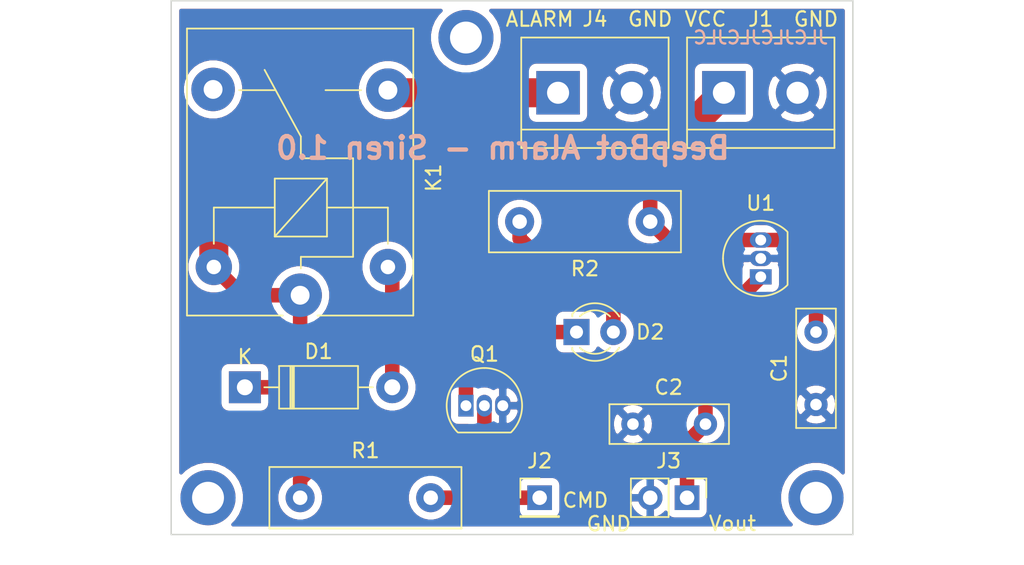
<source format=kicad_pcb>
(kicad_pcb (version 20171130) (host pcbnew "(5.1.9)-1")

  (general
    (thickness 1.6)
    (drawings 13)
    (tracks 39)
    (zones 0)
    (modules 16)
    (nets 10)
  )

  (page A4)
  (title_block
    (title "BeepBot Alarm - Siren")
    (date 2021-02-07)
    (rev 1.0)
  )

  (layers
    (0 F.Cu signal)
    (31 B.Cu signal)
    (32 B.Adhes user)
    (33 F.Adhes user)
    (34 B.Paste user)
    (35 F.Paste user)
    (36 B.SilkS user)
    (37 F.SilkS user)
    (38 B.Mask user)
    (39 F.Mask user)
    (40 Dwgs.User user)
    (41 Cmts.User user)
    (42 Eco1.User user)
    (43 Eco2.User user)
    (44 Edge.Cuts user)
    (45 Margin user)
    (46 B.CrtYd user)
    (47 F.CrtYd user)
    (48 B.Fab user)
    (49 F.Fab user)
  )

  (setup
    (last_trace_width 0.25)
    (user_trace_width 1)
    (user_trace_width 2)
    (trace_clearance 0.2)
    (zone_clearance 0.508)
    (zone_45_only no)
    (trace_min 0.2)
    (via_size 0.8)
    (via_drill 0.4)
    (via_min_size 0.4)
    (via_min_drill 0.3)
    (uvia_size 0.3)
    (uvia_drill 0.1)
    (uvias_allowed no)
    (uvia_min_size 0.2)
    (uvia_min_drill 0.1)
    (edge_width 0.1)
    (segment_width 0.2)
    (pcb_text_width 0.3)
    (pcb_text_size 1.5 1.5)
    (mod_edge_width 0.15)
    (mod_text_size 1 1)
    (mod_text_width 0.15)
    (pad_size 1.524 1.524)
    (pad_drill 0.762)
    (pad_to_mask_clearance 0)
    (aux_axis_origin 0 0)
    (visible_elements 7FFFFFFF)
    (pcbplotparams
      (layerselection 0x010f0_ffffffff)
      (usegerberextensions false)
      (usegerberattributes false)
      (usegerberadvancedattributes false)
      (creategerberjobfile false)
      (excludeedgelayer true)
      (linewidth 0.100000)
      (plotframeref false)
      (viasonmask false)
      (mode 1)
      (useauxorigin false)
      (hpglpennumber 1)
      (hpglpenspeed 20)
      (hpglpendiameter 15.000000)
      (psnegative false)
      (psa4output false)
      (plotreference true)
      (plotvalue false)
      (plotinvisibletext false)
      (padsonsilk true)
      (subtractmaskfromsilk false)
      (outputformat 1)
      (mirror false)
      (drillshape 0)
      (scaleselection 1)
      (outputdirectory "gerber/"))
  )

  (net 0 "")
  (net 1 VCC)
  (net 2 GND)
  (net 3 Vout)
  (net 4 "Net-(D2-Pad2)")
  (net 5 Command)
  (net 6 Alarm)
  (net 7 "Net-(K1-Pad4)")
  (net 8 "Net-(D1-Pad2)")
  (net 9 "Net-(Q1-Pad2)")

  (net_class Default "Ceci est la Netclass par défaut."
    (clearance 0.2)
    (trace_width 0.25)
    (via_dia 0.8)
    (via_drill 0.4)
    (uvia_dia 0.3)
    (uvia_drill 0.1)
    (add_net Alarm)
    (add_net Command)
    (add_net GND)
    (add_net "Net-(D1-Pad2)")
    (add_net "Net-(D2-Pad2)")
    (add_net "Net-(K1-Pad4)")
    (add_net "Net-(Q1-Pad2)")
    (add_net VCC)
    (add_net Vout)
  )

  (module Diode_THT:D_DO-41_SOD81_P10.16mm_Horizontal (layer F.Cu) (tedit 5AE50CD5) (tstamp 607316D6)
    (at 27.94 83.82)
    (descr "Diode, DO-41_SOD81 series, Axial, Horizontal, pin pitch=10.16mm, , length*diameter=5.2*2.7mm^2, , http://www.diodes.com/_files/packages/DO-41%20(Plastic).pdf")
    (tags "Diode DO-41_SOD81 series Axial Horizontal pin pitch 10.16mm  length 5.2mm diameter 2.7mm")
    (path /6072CF3F)
    (fp_text reference D1 (at 5.08 -2.47) (layer F.SilkS)
      (effects (font (size 1 1) (thickness 0.15)))
    )
    (fp_text value 1N4001 (at 5.08 2.47) (layer F.Fab)
      (effects (font (size 1 1) (thickness 0.15)))
    )
    (fp_line (start 2.48 -1.35) (end 2.48 1.35) (layer F.Fab) (width 0.1))
    (fp_line (start 2.48 1.35) (end 7.68 1.35) (layer F.Fab) (width 0.1))
    (fp_line (start 7.68 1.35) (end 7.68 -1.35) (layer F.Fab) (width 0.1))
    (fp_line (start 7.68 -1.35) (end 2.48 -1.35) (layer F.Fab) (width 0.1))
    (fp_line (start 0 0) (end 2.48 0) (layer F.Fab) (width 0.1))
    (fp_line (start 10.16 0) (end 7.68 0) (layer F.Fab) (width 0.1))
    (fp_line (start 3.26 -1.35) (end 3.26 1.35) (layer F.Fab) (width 0.1))
    (fp_line (start 3.36 -1.35) (end 3.36 1.35) (layer F.Fab) (width 0.1))
    (fp_line (start 3.16 -1.35) (end 3.16 1.35) (layer F.Fab) (width 0.1))
    (fp_line (start 2.36 -1.47) (end 2.36 1.47) (layer F.SilkS) (width 0.12))
    (fp_line (start 2.36 1.47) (end 7.8 1.47) (layer F.SilkS) (width 0.12))
    (fp_line (start 7.8 1.47) (end 7.8 -1.47) (layer F.SilkS) (width 0.12))
    (fp_line (start 7.8 -1.47) (end 2.36 -1.47) (layer F.SilkS) (width 0.12))
    (fp_line (start 1.34 0) (end 2.36 0) (layer F.SilkS) (width 0.12))
    (fp_line (start 8.82 0) (end 7.8 0) (layer F.SilkS) (width 0.12))
    (fp_line (start 3.26 -1.47) (end 3.26 1.47) (layer F.SilkS) (width 0.12))
    (fp_line (start 3.38 -1.47) (end 3.38 1.47) (layer F.SilkS) (width 0.12))
    (fp_line (start 3.14 -1.47) (end 3.14 1.47) (layer F.SilkS) (width 0.12))
    (fp_line (start -1.35 -1.6) (end -1.35 1.6) (layer F.CrtYd) (width 0.05))
    (fp_line (start -1.35 1.6) (end 11.51 1.6) (layer F.CrtYd) (width 0.05))
    (fp_line (start 11.51 1.6) (end 11.51 -1.6) (layer F.CrtYd) (width 0.05))
    (fp_line (start 11.51 -1.6) (end -1.35 -1.6) (layer F.CrtYd) (width 0.05))
    (fp_text user K (at 0 -2.1) (layer F.SilkS)
      (effects (font (size 1 1) (thickness 0.15)))
    )
    (fp_text user K (at 0 -2.1) (layer F.Fab)
      (effects (font (size 1 1) (thickness 0.15)))
    )
    (fp_text user %R (at 5.47 0) (layer F.Fab)
      (effects (font (size 1 1) (thickness 0.15)))
    )
    (pad 2 thru_hole oval (at 10.16 0) (size 2.2 2.2) (drill 1.1) (layers *.Cu *.Mask)
      (net 8 "Net-(D1-Pad2)"))
    (pad 1 thru_hole rect (at 0 0) (size 2.2 2.2) (drill 1.1) (layers *.Cu *.Mask)
      (net 1 VCC))
    (model ${KISYS3DMOD}/Diode_THT.3dshapes/D_DO-41_SOD81_P10.16mm_Horizontal.wrl
      (at (xyz 0 0 0))
      (scale (xyz 1 1 1))
      (rotate (xyz 0 0 0))
    )
  )

  (module MountingHole:MountingHole_2.2mm_M2_DIN965_Pad (layer F.Cu) (tedit 56D1B4CB) (tstamp 60174BF6)
    (at 43.18 59.69)
    (descr "Mounting Hole 2.2mm, M2, DIN965")
    (tags "mounting hole 2.2mm m2 din965")
    (attr virtual)
    (fp_text reference REF** (at 0 -2.9) (layer F.SilkS) hide
      (effects (font (size 1 1) (thickness 0.15)))
    )
    (fp_text value MountingHole_2.2mm_M2_DIN965_Pad (at 0 2.9) (layer F.Fab)
      (effects (font (size 1 1) (thickness 0.15)))
    )
    (fp_circle (center 0 0) (end 1.9 0) (layer Cmts.User) (width 0.15))
    (fp_circle (center 0 0) (end 2.15 0) (layer F.CrtYd) (width 0.05))
    (fp_text user %R (at 0.3 0) (layer F.Fab)
      (effects (font (size 1 1) (thickness 0.15)))
    )
    (pad 1 thru_hole circle (at 0 0) (size 3.8 3.8) (drill 2.2) (layers *.Cu *.Mask))
  )

  (module MountingHole:MountingHole_2.2mm_M2_DIN965_Pad (layer F.Cu) (tedit 56D1B4CB) (tstamp 601749CD)
    (at 67.31 91.44)
    (descr "Mounting Hole 2.2mm, M2, DIN965")
    (tags "mounting hole 2.2mm m2 din965")
    (attr virtual)
    (fp_text reference REF** (at 0 -2.9) (layer F.SilkS) hide
      (effects (font (size 1 1) (thickness 0.15)))
    )
    (fp_text value MountingHole_2.2mm_M2_DIN965_Pad (at 0 2.9) (layer F.Fab)
      (effects (font (size 1 1) (thickness 0.15)))
    )
    (fp_circle (center 0 0) (end 1.9 0) (layer Cmts.User) (width 0.15))
    (fp_circle (center 0 0) (end 2.15 0) (layer F.CrtYd) (width 0.05))
    (fp_text user %R (at 0.3 0) (layer F.Fab)
      (effects (font (size 1 1) (thickness 0.15)))
    )
    (pad 1 thru_hole circle (at 0 0) (size 3.8 3.8) (drill 2.2) (layers *.Cu *.Mask))
  )

  (module MountingHole:MountingHole_2.2mm_M2_DIN965_Pad (layer F.Cu) (tedit 56D1B4CB) (tstamp 60174816)
    (at 25.4 91.44)
    (descr "Mounting Hole 2.2mm, M2, DIN965")
    (tags "mounting hole 2.2mm m2 din965")
    (attr virtual)
    (fp_text reference REF** (at 0 -2.9) (layer F.SilkS) hide
      (effects (font (size 1 1) (thickness 0.15)))
    )
    (fp_text value MountingHole_2.2mm_M2_DIN965_Pad (at 0 2.9) (layer F.Fab)
      (effects (font (size 1 1) (thickness 0.15)))
    )
    (fp_circle (center 0 0) (end 1.9 0) (layer Cmts.User) (width 0.15))
    (fp_circle (center 0 0) (end 2.15 0) (layer F.CrtYd) (width 0.05))
    (fp_text user %R (at 0.3 0) (layer F.Fab)
      (effects (font (size 1 1) (thickness 0.15)))
    )
    (pad 1 thru_hole circle (at 0 0) (size 3.8 3.8) (drill 2.2) (layers *.Cu *.Mask))
  )

  (module Capacitor_THT:C_Disc_D8.0mm_W2.5mm_P5.00mm (layer F.Cu) (tedit 5AE50EF0) (tstamp 601737CE)
    (at 67.31 80.01 270)
    (descr "C, Disc series, Radial, pin pitch=5.00mm, , diameter*width=8*2.5mm^2, Capacitor, http://cdn-reichelt.de/documents/datenblatt/B300/DS_KERKO_TC.pdf")
    (tags "C Disc series Radial pin pitch 5.00mm  diameter 8mm width 2.5mm Capacitor")
    (path /6017023E)
    (fp_text reference C1 (at 2.5 2.54 90) (layer F.SilkS)
      (effects (font (size 1 1) (thickness 0.15)))
    )
    (fp_text value 330n (at 2.5 2.5 90) (layer F.Fab)
      (effects (font (size 1 1) (thickness 0.15)))
    )
    (fp_line (start -1.5 -1.25) (end -1.5 1.25) (layer F.Fab) (width 0.1))
    (fp_line (start -1.5 1.25) (end 6.5 1.25) (layer F.Fab) (width 0.1))
    (fp_line (start 6.5 1.25) (end 6.5 -1.25) (layer F.Fab) (width 0.1))
    (fp_line (start 6.5 -1.25) (end -1.5 -1.25) (layer F.Fab) (width 0.1))
    (fp_line (start -1.62 -1.37) (end 6.62 -1.37) (layer F.SilkS) (width 0.12))
    (fp_line (start -1.62 1.37) (end 6.62 1.37) (layer F.SilkS) (width 0.12))
    (fp_line (start -1.62 -1.37) (end -1.62 1.37) (layer F.SilkS) (width 0.12))
    (fp_line (start 6.62 -1.37) (end 6.62 1.37) (layer F.SilkS) (width 0.12))
    (fp_line (start -1.75 -1.5) (end -1.75 1.5) (layer F.CrtYd) (width 0.05))
    (fp_line (start -1.75 1.5) (end 6.75 1.5) (layer F.CrtYd) (width 0.05))
    (fp_line (start 6.75 1.5) (end 6.75 -1.5) (layer F.CrtYd) (width 0.05))
    (fp_line (start 6.75 -1.5) (end -1.75 -1.5) (layer F.CrtYd) (width 0.05))
    (fp_text user %R (at 2.5 0 90) (layer F.Fab)
      (effects (font (size 1 1) (thickness 0.15)))
    )
    (pad 2 thru_hole circle (at 5 0 270) (size 1.6 1.6) (drill 0.8) (layers *.Cu *.Mask)
      (net 2 GND))
    (pad 1 thru_hole circle (at 0 0 270) (size 1.6 1.6) (drill 0.8) (layers *.Cu *.Mask)
      (net 1 VCC))
    (model ${KISYS3DMOD}/Capacitor_THT.3dshapes/C_Disc_D8.0mm_W2.5mm_P5.00mm.wrl
      (at (xyz 0 0 0))
      (scale (xyz 1 1 1))
      (rotate (xyz 0 0 0))
    )
  )

  (module Capacitor_THT:C_Disc_D8.0mm_W2.5mm_P5.00mm (layer F.Cu) (tedit 5AE50EF0) (tstamp 601737E1)
    (at 59.69 86.36 180)
    (descr "C, Disc series, Radial, pin pitch=5.00mm, , diameter*width=8*2.5mm^2, Capacitor, http://cdn-reichelt.de/documents/datenblatt/B300/DS_KERKO_TC.pdf")
    (tags "C Disc series Radial pin pitch 5.00mm  diameter 8mm width 2.5mm Capacitor")
    (path /6017078C)
    (fp_text reference C2 (at 2.54 2.54) (layer F.SilkS)
      (effects (font (size 1 1) (thickness 0.15)))
    )
    (fp_text value 100n (at 2.5 2.5) (layer F.Fab)
      (effects (font (size 1 1) (thickness 0.15)))
    )
    (fp_line (start -1.5 -1.25) (end -1.5 1.25) (layer F.Fab) (width 0.1))
    (fp_line (start -1.5 1.25) (end 6.5 1.25) (layer F.Fab) (width 0.1))
    (fp_line (start 6.5 1.25) (end 6.5 -1.25) (layer F.Fab) (width 0.1))
    (fp_line (start 6.5 -1.25) (end -1.5 -1.25) (layer F.Fab) (width 0.1))
    (fp_line (start -1.62 -1.37) (end 6.62 -1.37) (layer F.SilkS) (width 0.12))
    (fp_line (start -1.62 1.37) (end 6.62 1.37) (layer F.SilkS) (width 0.12))
    (fp_line (start -1.62 -1.37) (end -1.62 1.37) (layer F.SilkS) (width 0.12))
    (fp_line (start 6.62 -1.37) (end 6.62 1.37) (layer F.SilkS) (width 0.12))
    (fp_line (start -1.75 -1.5) (end -1.75 1.5) (layer F.CrtYd) (width 0.05))
    (fp_line (start -1.75 1.5) (end 6.75 1.5) (layer F.CrtYd) (width 0.05))
    (fp_line (start 6.75 1.5) (end 6.75 -1.5) (layer F.CrtYd) (width 0.05))
    (fp_line (start 6.75 -1.5) (end -1.75 -1.5) (layer F.CrtYd) (width 0.05))
    (fp_text user %R (at 2.5 0) (layer F.Fab)
      (effects (font (size 1 1) (thickness 0.15)))
    )
    (pad 2 thru_hole circle (at 5 0 180) (size 1.6 1.6) (drill 0.8) (layers *.Cu *.Mask)
      (net 2 GND))
    (pad 1 thru_hole circle (at 0 0 180) (size 1.6 1.6) (drill 0.8) (layers *.Cu *.Mask)
      (net 3 Vout))
    (model ${KISYS3DMOD}/Capacitor_THT.3dshapes/C_Disc_D8.0mm_W2.5mm_P5.00mm.wrl
      (at (xyz 0 0 0))
      (scale (xyz 1 1 1))
      (rotate (xyz 0 0 0))
    )
  )

  (module LED_THT:LED_D3.0mm (layer F.Cu) (tedit 587A3A7B) (tstamp 60174D9A)
    (at 50.8 80.01)
    (descr "LED, diameter 3.0mm, 2 pins")
    (tags "LED diameter 3.0mm 2 pins")
    (path /601DD7E5)
    (fp_text reference D2 (at 5.08 0) (layer F.SilkS)
      (effects (font (size 1 1) (thickness 0.15)))
    )
    (fp_text value LED (at 1.27 2.96) (layer F.Fab)
      (effects (font (size 1 1) (thickness 0.15)))
    )
    (fp_circle (center 1.27 0) (end 2.77 0) (layer F.Fab) (width 0.1))
    (fp_line (start -0.23 -1.16619) (end -0.23 1.16619) (layer F.Fab) (width 0.1))
    (fp_line (start -0.29 -1.236) (end -0.29 -1.08) (layer F.SilkS) (width 0.12))
    (fp_line (start -0.29 1.08) (end -0.29 1.236) (layer F.SilkS) (width 0.12))
    (fp_line (start -1.15 -2.25) (end -1.15 2.25) (layer F.CrtYd) (width 0.05))
    (fp_line (start -1.15 2.25) (end 3.7 2.25) (layer F.CrtYd) (width 0.05))
    (fp_line (start 3.7 2.25) (end 3.7 -2.25) (layer F.CrtYd) (width 0.05))
    (fp_line (start 3.7 -2.25) (end -1.15 -2.25) (layer F.CrtYd) (width 0.05))
    (fp_arc (start 1.27 0) (end 0.229039 1.08) (angle -87.9) (layer F.SilkS) (width 0.12))
    (fp_arc (start 1.27 0) (end 0.229039 -1.08) (angle 87.9) (layer F.SilkS) (width 0.12))
    (fp_arc (start 1.27 0) (end -0.29 1.235516) (angle -108.8) (layer F.SilkS) (width 0.12))
    (fp_arc (start 1.27 0) (end -0.29 -1.235516) (angle 108.8) (layer F.SilkS) (width 0.12))
    (fp_arc (start 1.27 0) (end -0.23 -1.16619) (angle 284.3) (layer F.Fab) (width 0.1))
    (pad 2 thru_hole circle (at 2.54 0) (size 1.8 1.8) (drill 0.9) (layers *.Cu *.Mask)
      (net 4 "Net-(D2-Pad2)"))
    (pad 1 thru_hole rect (at 0 0) (size 1.8 1.8) (drill 0.9) (layers *.Cu *.Mask)
      (net 8 "Net-(D1-Pad2)"))
    (model ${KISYS3DMOD}/LED_THT.3dshapes/LED_D3.0mm.wrl
      (at (xyz 0 0 0))
      (scale (xyz 1 1 1))
      (rotate (xyz 0 0 0))
    )
  )

  (module TerminalBlock:TerminalBlock_bornier-2_P5.08mm (layer F.Cu) (tedit 59FF03AB) (tstamp 60173CAB)
    (at 60.96 63.5)
    (descr "simple 2-pin terminal block, pitch 5.08mm, revamped version of bornier2")
    (tags "terminal block bornier2")
    (path /60222A69)
    (fp_text reference J1 (at 2.54 -5.08) (layer F.SilkS)
      (effects (font (size 1 1) (thickness 0.15)))
    )
    (fp_text value Conn_01x02 (at 2.54 5.08) (layer F.Fab)
      (effects (font (size 1 1) (thickness 0.15)))
    )
    (fp_line (start -2.41 2.55) (end 7.49 2.55) (layer F.Fab) (width 0.1))
    (fp_line (start -2.46 -3.75) (end -2.46 3.75) (layer F.Fab) (width 0.1))
    (fp_line (start -2.46 3.75) (end 7.54 3.75) (layer F.Fab) (width 0.1))
    (fp_line (start 7.54 3.75) (end 7.54 -3.75) (layer F.Fab) (width 0.1))
    (fp_line (start 7.54 -3.75) (end -2.46 -3.75) (layer F.Fab) (width 0.1))
    (fp_line (start 7.62 2.54) (end -2.54 2.54) (layer F.SilkS) (width 0.12))
    (fp_line (start 7.62 3.81) (end 7.62 -3.81) (layer F.SilkS) (width 0.12))
    (fp_line (start 7.62 -3.81) (end -2.54 -3.81) (layer F.SilkS) (width 0.12))
    (fp_line (start -2.54 -3.81) (end -2.54 3.81) (layer F.SilkS) (width 0.12))
    (fp_line (start -2.54 3.81) (end 7.62 3.81) (layer F.SilkS) (width 0.12))
    (fp_line (start -2.71 -4) (end 7.79 -4) (layer F.CrtYd) (width 0.05))
    (fp_line (start -2.71 -4) (end -2.71 4) (layer F.CrtYd) (width 0.05))
    (fp_line (start 7.79 4) (end 7.79 -4) (layer F.CrtYd) (width 0.05))
    (fp_line (start 7.79 4) (end -2.71 4) (layer F.CrtYd) (width 0.05))
    (fp_text user %R (at 2.54 0) (layer F.Fab)
      (effects (font (size 1 1) (thickness 0.15)))
    )
    (pad 2 thru_hole circle (at 5.08 0) (size 3 3) (drill 1.52) (layers *.Cu *.Mask)
      (net 2 GND))
    (pad 1 thru_hole rect (at 0 0) (size 3 3) (drill 1.52) (layers *.Cu *.Mask)
      (net 1 VCC))
    (model ${KISYS3DMOD}/TerminalBlock.3dshapes/TerminalBlock_bornier-2_P5.08mm.wrl
      (offset (xyz 2.539999961853027 0 0))
      (scale (xyz 1 1 1))
      (rotate (xyz 0 0 0))
    )
  )

  (module Connector_PinHeader_2.54mm:PinHeader_1x01_P2.54mm_Vertical (layer F.Cu) (tedit 59FED5CC) (tstamp 6017383D)
    (at 48.26 91.44)
    (descr "Through hole straight pin header, 1x01, 2.54mm pitch, single row")
    (tags "Through hole pin header THT 1x01 2.54mm single row")
    (path /6018215F)
    (fp_text reference J2 (at 0 -2.54) (layer F.SilkS)
      (effects (font (size 1 1) (thickness 0.15)))
    )
    (fp_text value Conn_01x01 (at 0 2.33) (layer F.Fab)
      (effects (font (size 1 1) (thickness 0.15)))
    )
    (fp_line (start -0.635 -1.27) (end 1.27 -1.27) (layer F.Fab) (width 0.1))
    (fp_line (start 1.27 -1.27) (end 1.27 1.27) (layer F.Fab) (width 0.1))
    (fp_line (start 1.27 1.27) (end -1.27 1.27) (layer F.Fab) (width 0.1))
    (fp_line (start -1.27 1.27) (end -1.27 -0.635) (layer F.Fab) (width 0.1))
    (fp_line (start -1.27 -0.635) (end -0.635 -1.27) (layer F.Fab) (width 0.1))
    (fp_line (start -1.33 1.33) (end 1.33 1.33) (layer F.SilkS) (width 0.12))
    (fp_line (start -1.33 1.27) (end -1.33 1.33) (layer F.SilkS) (width 0.12))
    (fp_line (start 1.33 1.27) (end 1.33 1.33) (layer F.SilkS) (width 0.12))
    (fp_line (start -1.33 1.27) (end 1.33 1.27) (layer F.SilkS) (width 0.12))
    (fp_line (start -1.33 0) (end -1.33 -1.33) (layer F.SilkS) (width 0.12))
    (fp_line (start -1.33 -1.33) (end 0 -1.33) (layer F.SilkS) (width 0.12))
    (fp_line (start -1.8 -1.8) (end -1.8 1.8) (layer F.CrtYd) (width 0.05))
    (fp_line (start -1.8 1.8) (end 1.8 1.8) (layer F.CrtYd) (width 0.05))
    (fp_line (start 1.8 1.8) (end 1.8 -1.8) (layer F.CrtYd) (width 0.05))
    (fp_line (start 1.8 -1.8) (end -1.8 -1.8) (layer F.CrtYd) (width 0.05))
    (fp_text user %R (at 0 0 90) (layer F.Fab)
      (effects (font (size 1 1) (thickness 0.15)))
    )
    (pad 1 thru_hole rect (at 0 0) (size 1.7 1.7) (drill 1) (layers *.Cu *.Mask)
      (net 5 Command))
    (model ${KISYS3DMOD}/Connector_PinHeader_2.54mm.3dshapes/PinHeader_1x01_P2.54mm_Vertical.wrl
      (at (xyz 0 0 0))
      (scale (xyz 1 1 1))
      (rotate (xyz 0 0 0))
    )
  )

  (module Connector_PinHeader_2.54mm:PinHeader_1x02_P2.54mm_Vertical (layer F.Cu) (tedit 59FED5CC) (tstamp 60173853)
    (at 58.42 91.44 270)
    (descr "Through hole straight pin header, 1x02, 2.54mm pitch, single row")
    (tags "Through hole pin header THT 1x02 2.54mm single row")
    (path /6017E403)
    (fp_text reference J3 (at -2.54 1.27 180) (layer F.SilkS)
      (effects (font (size 1 1) (thickness 0.15)))
    )
    (fp_text value Conn_01x02 (at 0 4.87 90) (layer F.Fab)
      (effects (font (size 1 1) (thickness 0.15)))
    )
    (fp_line (start -0.635 -1.27) (end 1.27 -1.27) (layer F.Fab) (width 0.1))
    (fp_line (start 1.27 -1.27) (end 1.27 3.81) (layer F.Fab) (width 0.1))
    (fp_line (start 1.27 3.81) (end -1.27 3.81) (layer F.Fab) (width 0.1))
    (fp_line (start -1.27 3.81) (end -1.27 -0.635) (layer F.Fab) (width 0.1))
    (fp_line (start -1.27 -0.635) (end -0.635 -1.27) (layer F.Fab) (width 0.1))
    (fp_line (start -1.33 3.87) (end 1.33 3.87) (layer F.SilkS) (width 0.12))
    (fp_line (start -1.33 1.27) (end -1.33 3.87) (layer F.SilkS) (width 0.12))
    (fp_line (start 1.33 1.27) (end 1.33 3.87) (layer F.SilkS) (width 0.12))
    (fp_line (start -1.33 1.27) (end 1.33 1.27) (layer F.SilkS) (width 0.12))
    (fp_line (start -1.33 0) (end -1.33 -1.33) (layer F.SilkS) (width 0.12))
    (fp_line (start -1.33 -1.33) (end 0 -1.33) (layer F.SilkS) (width 0.12))
    (fp_line (start -1.8 -1.8) (end -1.8 4.35) (layer F.CrtYd) (width 0.05))
    (fp_line (start -1.8 4.35) (end 1.8 4.35) (layer F.CrtYd) (width 0.05))
    (fp_line (start 1.8 4.35) (end 1.8 -1.8) (layer F.CrtYd) (width 0.05))
    (fp_line (start 1.8 -1.8) (end -1.8 -1.8) (layer F.CrtYd) (width 0.05))
    (fp_text user %R (at 0 1.27) (layer F.Fab)
      (effects (font (size 1 1) (thickness 0.15)))
    )
    (pad 2 thru_hole oval (at 0 2.54 270) (size 1.7 1.7) (drill 1) (layers *.Cu *.Mask)
      (net 2 GND))
    (pad 1 thru_hole rect (at 0 0 270) (size 1.7 1.7) (drill 1) (layers *.Cu *.Mask)
      (net 3 Vout))
    (model ${KISYS3DMOD}/Connector_PinHeader_2.54mm.3dshapes/PinHeader_1x02_P2.54mm_Vertical.wrl
      (at (xyz 0 0 0))
      (scale (xyz 1 1 1))
      (rotate (xyz 0 0 0))
    )
  )

  (module TerminalBlock:TerminalBlock_bornier-2_P5.08mm (layer F.Cu) (tedit 59FF03AB) (tstamp 60173C32)
    (at 49.53 63.5)
    (descr "simple 2-pin terminal block, pitch 5.08mm, revamped version of bornier2")
    (tags "terminal block bornier2")
    (path /6021239F)
    (fp_text reference J4 (at 2.54 -5.08) (layer F.SilkS)
      (effects (font (size 1 1) (thickness 0.15)))
    )
    (fp_text value Conn_01x02 (at 2.54 5.08) (layer F.Fab)
      (effects (font (size 1 1) (thickness 0.15)))
    )
    (fp_line (start -2.41 2.55) (end 7.49 2.55) (layer F.Fab) (width 0.1))
    (fp_line (start -2.46 -3.75) (end -2.46 3.75) (layer F.Fab) (width 0.1))
    (fp_line (start -2.46 3.75) (end 7.54 3.75) (layer F.Fab) (width 0.1))
    (fp_line (start 7.54 3.75) (end 7.54 -3.75) (layer F.Fab) (width 0.1))
    (fp_line (start 7.54 -3.75) (end -2.46 -3.75) (layer F.Fab) (width 0.1))
    (fp_line (start 7.62 2.54) (end -2.54 2.54) (layer F.SilkS) (width 0.12))
    (fp_line (start 7.62 3.81) (end 7.62 -3.81) (layer F.SilkS) (width 0.12))
    (fp_line (start 7.62 -3.81) (end -2.54 -3.81) (layer F.SilkS) (width 0.12))
    (fp_line (start -2.54 -3.81) (end -2.54 3.81) (layer F.SilkS) (width 0.12))
    (fp_line (start -2.54 3.81) (end 7.62 3.81) (layer F.SilkS) (width 0.12))
    (fp_line (start -2.71 -4) (end 7.79 -4) (layer F.CrtYd) (width 0.05))
    (fp_line (start -2.71 -4) (end -2.71 4) (layer F.CrtYd) (width 0.05))
    (fp_line (start 7.79 4) (end 7.79 -4) (layer F.CrtYd) (width 0.05))
    (fp_line (start 7.79 4) (end -2.71 4) (layer F.CrtYd) (width 0.05))
    (fp_text user %R (at 2.54 0) (layer F.Fab)
      (effects (font (size 1 1) (thickness 0.15)))
    )
    (pad 2 thru_hole circle (at 5.08 0) (size 3 3) (drill 1.52) (layers *.Cu *.Mask)
      (net 2 GND))
    (pad 1 thru_hole rect (at 0 0) (size 3 3) (drill 1.52) (layers *.Cu *.Mask)
      (net 6 Alarm))
    (model ${KISYS3DMOD}/TerminalBlock.3dshapes/TerminalBlock_bornier-2_P5.08mm.wrl
      (offset (xyz 2.539999961853027 0 0))
      (scale (xyz 1 1 1))
      (rotate (xyz 0 0 0))
    )
  )

  (module Relay_THT:Relay_SPDT_SANYOU_SRD_Series_Form_C (layer F.Cu) (tedit 58FA3148) (tstamp 60173891)
    (at 31.75 77.47 90)
    (descr "relay Sanyou SRD series Form C http://www.sanyourelay.ca/public/products/pdf/SRD.pdf")
    (tags "relay Sanyu SRD form C")
    (path /60174257)
    (fp_text reference K1 (at 8.1 9.2 90) (layer F.SilkS)
      (effects (font (size 1 1) (thickness 0.15)))
    )
    (fp_text value SRD-03VDC (at 8 -9.6 90) (layer F.Fab)
      (effects (font (size 1 1) (thickness 0.15)))
    )
    (fp_line (start -1.4 1.2) (end -1.4 7.8) (layer F.SilkS) (width 0.12))
    (fp_line (start -1.4 -7.8) (end -1.4 -1.2) (layer F.SilkS) (width 0.12))
    (fp_line (start -1.4 -7.8) (end 18.4 -7.8) (layer F.SilkS) (width 0.12))
    (fp_line (start 18.4 -7.8) (end 18.4 7.8) (layer F.SilkS) (width 0.12))
    (fp_line (start 18.4 7.8) (end -1.4 7.8) (layer F.SilkS) (width 0.12))
    (fp_line (start -1.3 -7.7) (end 18.3 -7.7) (layer F.Fab) (width 0.12))
    (fp_line (start 18.3 -7.7) (end 18.3 7.7) (layer F.Fab) (width 0.12))
    (fp_line (start 18.3 7.7) (end -1.3 7.7) (layer F.Fab) (width 0.12))
    (fp_line (start -1.3 7.7) (end -1.3 -7.7) (layer F.Fab) (width 0.12))
    (fp_line (start 18.55 -7.95) (end -1.55 -7.95) (layer F.CrtYd) (width 0.05))
    (fp_line (start -1.55 7.95) (end -1.55 -7.95) (layer F.CrtYd) (width 0.05))
    (fp_line (start 18.55 -7.95) (end 18.55 7.95) (layer F.CrtYd) (width 0.05))
    (fp_line (start -1.55 7.95) (end 18.55 7.95) (layer F.CrtYd) (width 0.05))
    (fp_line (start 14.15 4.2) (end 14.15 1.75) (layer F.SilkS) (width 0.12))
    (fp_line (start 14.15 -4.2) (end 14.15 -1.7) (layer F.SilkS) (width 0.12))
    (fp_line (start 3.55 6.05) (end 6.05 6.05) (layer F.SilkS) (width 0.12))
    (fp_line (start 2.65 0.05) (end 1.85 0.05) (layer F.SilkS) (width 0.12))
    (fp_line (start 6.05 -5.95) (end 3.55 -5.95) (layer F.SilkS) (width 0.12))
    (fp_line (start 9.45 0.05) (end 10.95 0.05) (layer F.SilkS) (width 0.12))
    (fp_line (start 10.95 0.05) (end 15.55 -2.45) (layer F.SilkS) (width 0.12))
    (fp_line (start 9.45 3.65) (end 2.65 3.65) (layer F.SilkS) (width 0.12))
    (fp_line (start 9.45 0.05) (end 9.45 3.65) (layer F.SilkS) (width 0.12))
    (fp_line (start 2.65 0.05) (end 2.65 3.65) (layer F.SilkS) (width 0.12))
    (fp_line (start 6.05 -5.95) (end 6.05 -1.75) (layer F.SilkS) (width 0.12))
    (fp_line (start 6.05 1.85) (end 6.05 6.05) (layer F.SilkS) (width 0.12))
    (fp_line (start 8.05 1.85) (end 4.05 -1.75) (layer F.SilkS) (width 0.12))
    (fp_line (start 4.05 1.85) (end 4.05 -1.75) (layer F.SilkS) (width 0.12))
    (fp_line (start 4.05 -1.75) (end 8.05 -1.75) (layer F.SilkS) (width 0.12))
    (fp_line (start 8.05 -1.75) (end 8.05 1.85) (layer F.SilkS) (width 0.12))
    (fp_line (start 8.05 1.85) (end 4.05 1.85) (layer F.SilkS) (width 0.12))
    (fp_text user %R (at 7.1 0.025 90) (layer F.Fab)
      (effects (font (size 1 1) (thickness 0.15)))
    )
    (fp_text user 1 (at 0 -2.3 90) (layer F.Fab)
      (effects (font (size 1 1) (thickness 0.15)))
    )
    (pad 1 thru_hole circle (at 0 0 180) (size 3 3) (drill 1.3) (layers *.Cu *.Mask)
      (net 1 VCC))
    (pad 5 thru_hole circle (at 1.95 -5.95 180) (size 2.5 2.5) (drill 1) (layers *.Cu *.Mask)
      (net 1 VCC))
    (pad 4 thru_hole circle (at 14.2 -6 180) (size 3 3) (drill 1.3) (layers *.Cu *.Mask)
      (net 7 "Net-(K1-Pad4)"))
    (pad 3 thru_hole circle (at 14.15 6.05 180) (size 3 3) (drill 1.3) (layers *.Cu *.Mask)
      (net 6 Alarm))
    (pad 2 thru_hole circle (at 1.95 6.05 180) (size 2.5 2.5) (drill 1) (layers *.Cu *.Mask)
      (net 8 "Net-(D1-Pad2)"))
    (model ${KISYS3DMOD}/Relay_THT.3dshapes/Relay_SPDT_SANYOU_SRD_Series_Form_C.wrl
      (at (xyz 0 0 0))
      (scale (xyz 1 1 1))
      (rotate (xyz 0 0 0))
    )
  )

  (module Resistor_THT:R_Box_L13.0mm_W4.0mm_P9.00mm (layer F.Cu) (tedit 5AE5139B) (tstamp 601738B6)
    (at 31.75 91.44)
    (descr "Resistor, Box series, Radial, pin pitch=9.00mm, 2W, length*width=13.0*4.0mm^2, http://www.produktinfo.conrad.com/datenblaetter/425000-449999/443860-da-01-de-METALLBAND_WIDERSTAND_0_1_OHM_5W_5Pr.pdf")
    (tags "Resistor Box series Radial pin pitch 9.00mm 2W length 13.0mm width 4.0mm")
    (path /60170D0C)
    (fp_text reference R1 (at 4.5 -3.25) (layer F.SilkS)
      (effects (font (size 1 1) (thickness 0.15)))
    )
    (fp_text value 4.7k (at 4.5 3.25) (layer F.Fab)
      (effects (font (size 1 1) (thickness 0.15)))
    )
    (fp_line (start -2 -2) (end -2 2) (layer F.Fab) (width 0.1))
    (fp_line (start -2 2) (end 11 2) (layer F.Fab) (width 0.1))
    (fp_line (start 11 2) (end 11 -2) (layer F.Fab) (width 0.1))
    (fp_line (start 11 -2) (end -2 -2) (layer F.Fab) (width 0.1))
    (fp_line (start -2.12 -2.12) (end 11.12 -2.12) (layer F.SilkS) (width 0.12))
    (fp_line (start -2.12 2.12) (end 11.12 2.12) (layer F.SilkS) (width 0.12))
    (fp_line (start -2.12 -2.12) (end -2.12 2.12) (layer F.SilkS) (width 0.12))
    (fp_line (start 11.12 -2.12) (end 11.12 2.12) (layer F.SilkS) (width 0.12))
    (fp_line (start -2.25 -2.25) (end -2.25 2.25) (layer F.CrtYd) (width 0.05))
    (fp_line (start -2.25 2.25) (end 11.25 2.25) (layer F.CrtYd) (width 0.05))
    (fp_line (start 11.25 2.25) (end 11.25 -2.25) (layer F.CrtYd) (width 0.05))
    (fp_line (start 11.25 -2.25) (end -2.25 -2.25) (layer F.CrtYd) (width 0.05))
    (fp_text user %R (at 4.5 0) (layer F.Fab)
      (effects (font (size 1 1) (thickness 0.15)))
    )
    (pad 2 thru_hole circle (at 9 0) (size 2 2) (drill 1) (layers *.Cu *.Mask)
      (net 5 Command))
    (pad 1 thru_hole circle (at 0 0) (size 2 2) (drill 1) (layers *.Cu *.Mask)
      (net 9 "Net-(Q1-Pad2)"))
    (model ${KISYS3DMOD}/Resistor_THT.3dshapes/R_Box_L13.0mm_W4.0mm_P9.00mm.wrl
      (at (xyz 0 0 0))
      (scale (xyz 1 1 1))
      (rotate (xyz 0 0 0))
    )
  )

  (module Resistor_THT:R_Box_L13.0mm_W4.0mm_P9.00mm (layer F.Cu) (tedit 5AE5139B) (tstamp 601738C9)
    (at 55.88 72.39 180)
    (descr "Resistor, Box series, Radial, pin pitch=9.00mm, 2W, length*width=13.0*4.0mm^2, http://www.produktinfo.conrad.com/datenblaetter/425000-449999/443860-da-01-de-METALLBAND_WIDERSTAND_0_1_OHM_5W_5Pr.pdf")
    (tags "Resistor Box series Radial pin pitch 9.00mm 2W length 13.0mm width 4.0mm")
    (path /60170FE4)
    (fp_text reference R2 (at 4.5 -3.25) (layer F.SilkS)
      (effects (font (size 1 1) (thickness 0.15)))
    )
    (fp_text value 4.7k (at 4.5 3.25) (layer F.Fab)
      (effects (font (size 1 1) (thickness 0.15)))
    )
    (fp_line (start -2 -2) (end -2 2) (layer F.Fab) (width 0.1))
    (fp_line (start -2 2) (end 11 2) (layer F.Fab) (width 0.1))
    (fp_line (start 11 2) (end 11 -2) (layer F.Fab) (width 0.1))
    (fp_line (start 11 -2) (end -2 -2) (layer F.Fab) (width 0.1))
    (fp_line (start -2.12 -2.12) (end 11.12 -2.12) (layer F.SilkS) (width 0.12))
    (fp_line (start -2.12 2.12) (end 11.12 2.12) (layer F.SilkS) (width 0.12))
    (fp_line (start -2.12 -2.12) (end -2.12 2.12) (layer F.SilkS) (width 0.12))
    (fp_line (start 11.12 -2.12) (end 11.12 2.12) (layer F.SilkS) (width 0.12))
    (fp_line (start -2.25 -2.25) (end -2.25 2.25) (layer F.CrtYd) (width 0.05))
    (fp_line (start -2.25 2.25) (end 11.25 2.25) (layer F.CrtYd) (width 0.05))
    (fp_line (start 11.25 2.25) (end 11.25 -2.25) (layer F.CrtYd) (width 0.05))
    (fp_line (start 11.25 -2.25) (end -2.25 -2.25) (layer F.CrtYd) (width 0.05))
    (fp_text user %R (at 4.5 0) (layer F.Fab)
      (effects (font (size 1 1) (thickness 0.15)))
    )
    (pad 2 thru_hole circle (at 9 0 180) (size 2 2) (drill 1) (layers *.Cu *.Mask)
      (net 4 "Net-(D2-Pad2)"))
    (pad 1 thru_hole circle (at 0 0 180) (size 2 2) (drill 1) (layers *.Cu *.Mask)
      (net 1 VCC))
    (model ${KISYS3DMOD}/Resistor_THT.3dshapes/R_Box_L13.0mm_W4.0mm_P9.00mm.wrl
      (at (xyz 0 0 0))
      (scale (xyz 1 1 1))
      (rotate (xyz 0 0 0))
    )
  )

  (module Package_TO_SOT_THT:TO-92_Inline (layer F.Cu) (tedit 5A1DD157) (tstamp 601738DB)
    (at 63.5 76.2 90)
    (descr "TO-92 leads in-line, narrow, oval pads, drill 0.75mm (see NXP sot054_po.pdf)")
    (tags "to-92 sc-43 sc-43a sot54 PA33 transistor")
    (path /6016B2C8)
    (fp_text reference U1 (at 5.08 0 180) (layer F.SilkS)
      (effects (font (size 1 1) (thickness 0.15)))
    )
    (fp_text value L78L33_TO92 (at 1.27 2.79 90) (layer F.Fab)
      (effects (font (size 1 1) (thickness 0.15)))
    )
    (fp_line (start -0.53 1.85) (end 3.07 1.85) (layer F.SilkS) (width 0.12))
    (fp_line (start -0.5 1.75) (end 3 1.75) (layer F.Fab) (width 0.1))
    (fp_line (start -1.46 -2.73) (end 4 -2.73) (layer F.CrtYd) (width 0.05))
    (fp_line (start -1.46 -2.73) (end -1.46 2.01) (layer F.CrtYd) (width 0.05))
    (fp_line (start 4 2.01) (end 4 -2.73) (layer F.CrtYd) (width 0.05))
    (fp_line (start 4 2.01) (end -1.46 2.01) (layer F.CrtYd) (width 0.05))
    (fp_arc (start 1.27 0) (end 1.27 -2.6) (angle 135) (layer F.SilkS) (width 0.12))
    (fp_arc (start 1.27 0) (end 1.27 -2.48) (angle -135) (layer F.Fab) (width 0.1))
    (fp_arc (start 1.27 0) (end 1.27 -2.6) (angle -135) (layer F.SilkS) (width 0.12))
    (fp_arc (start 1.27 0) (end 1.27 -2.48) (angle 135) (layer F.Fab) (width 0.1))
    (fp_text user %R (at 1.27 0 90) (layer F.Fab)
      (effects (font (size 1 1) (thickness 0.15)))
    )
    (pad 1 thru_hole rect (at 0 0 90) (size 1.05 1.5) (drill 0.75) (layers *.Cu *.Mask)
      (net 3 Vout))
    (pad 3 thru_hole oval (at 2.54 0 90) (size 1.05 1.5) (drill 0.75) (layers *.Cu *.Mask)
      (net 1 VCC))
    (pad 2 thru_hole oval (at 1.27 0 90) (size 1.05 1.5) (drill 0.75) (layers *.Cu *.Mask)
      (net 2 GND))
    (model ${KISYS3DMOD}/Package_TO_SOT_THT.3dshapes/TO-92_Inline.wrl
      (at (xyz 0 0 0))
      (scale (xyz 1 1 1))
      (rotate (xyz 0 0 0))
    )
  )

  (module Package_TO_SOT_THT:TO-92_Inline (layer F.Cu) (tedit 5A1DD157) (tstamp 607324A5)
    (at 43.18 85.09)
    (descr "TO-92 leads in-line, narrow, oval pads, drill 0.75mm (see NXP sot054_po.pdf)")
    (tags "to-92 sc-43 sc-43a sot54 PA33 transistor")
    (path /6073EC0F)
    (fp_text reference Q1 (at 1.27 -3.56) (layer F.SilkS)
      (effects (font (size 1 1) (thickness 0.15)))
    )
    (fp_text value 2N2222A_TO92 (at 1.27 2.79) (layer F.Fab)
      (effects (font (size 1 1) (thickness 0.15)))
    )
    (fp_line (start 4 2.01) (end -1.46 2.01) (layer F.CrtYd) (width 0.05))
    (fp_line (start 4 2.01) (end 4 -2.73) (layer F.CrtYd) (width 0.05))
    (fp_line (start -1.46 -2.73) (end -1.46 2.01) (layer F.CrtYd) (width 0.05))
    (fp_line (start -1.46 -2.73) (end 4 -2.73) (layer F.CrtYd) (width 0.05))
    (fp_line (start -0.5 1.75) (end 3 1.75) (layer F.Fab) (width 0.1))
    (fp_line (start -0.53 1.85) (end 3.07 1.85) (layer F.SilkS) (width 0.12))
    (fp_text user %R (at 1.27 0) (layer F.Fab)
      (effects (font (size 1 1) (thickness 0.15)))
    )
    (fp_arc (start 1.27 0) (end 1.27 -2.48) (angle 135) (layer F.Fab) (width 0.1))
    (fp_arc (start 1.27 0) (end 1.27 -2.6) (angle -135) (layer F.SilkS) (width 0.12))
    (fp_arc (start 1.27 0) (end 1.27 -2.48) (angle -135) (layer F.Fab) (width 0.1))
    (fp_arc (start 1.27 0) (end 1.27 -2.6) (angle 135) (layer F.SilkS) (width 0.12))
    (pad 2 thru_hole oval (at 1.27 0) (size 1.05 1.5) (drill 0.75) (layers *.Cu *.Mask)
      (net 9 "Net-(Q1-Pad2)"))
    (pad 3 thru_hole oval (at 2.54 0) (size 1.05 1.5) (drill 0.75) (layers *.Cu *.Mask)
      (net 2 GND))
    (pad 1 thru_hole rect (at 0 0) (size 1.05 1.5) (drill 0.75) (layers *.Cu *.Mask)
      (net 8 "Net-(D1-Pad2)"))
    (model ${KISYS3DMOD}/Package_TO_SOT_THT.3dshapes/TO-92_Inline.wrl
      (at (xyz 0 0 0))
      (scale (xyz 1 1 1))
      (rotate (xyz 0 0 0))
    )
  )

  (gr_text JLCJLCJLCJLC (at 63.5 59.69) (layer B.SilkS)
    (effects (font (size 0.9 0.9) (thickness 0.16)) (justify mirror))
  )
  (gr_text ALARM (at 48.26 58.42) (layer F.SilkS)
    (effects (font (size 1 1) (thickness 0.15)))
  )
  (gr_text GND (at 55.88 58.42) (layer F.SilkS)
    (effects (font (size 1 1) (thickness 0.15)))
  )
  (gr_text GND (at 53.023643 93.240201) (layer F.SilkS)
    (effects (font (size 1 1) (thickness 0.15)))
  )
  (gr_text GND (at 67.31 58.42) (layer F.SilkS)
    (effects (font (size 1 1) (thickness 0.15)))
  )
  (gr_text VCC (at 59.69 58.42) (layer F.SilkS)
    (effects (font (size 1 1) (thickness 0.15)))
  )
  (gr_text Vout (at 61.549629 93.214443) (layer F.SilkS)
    (effects (font (size 1 1) (thickness 0.15)))
  )
  (gr_text CMD (at 51.415747 91.61743) (layer F.SilkS)
    (effects (font (size 1 1) (thickness 0.15)))
  )
  (gr_text "BeepBot Alarm - Siren 1.0" (at 45.72 67.31) (layer B.SilkS)
    (effects (font (size 1.5 1.5) (thickness 0.3)) (justify mirror))
  )
  (gr_line (start 22.86 93.98) (end 22.86 57.15) (layer Edge.Cuts) (width 0.1) (tstamp 601743F5))
  (gr_line (start 69.85 93.98) (end 22.86 93.98) (layer Edge.Cuts) (width 0.1))
  (gr_line (start 69.85 57.15) (end 69.85 93.98) (layer Edge.Cuts) (width 0.1))
  (gr_line (start 22.86 57.15) (end 69.85 57.15) (layer Edge.Cuts) (width 0.1))

  (segment (start 57.15 67.31) (end 60.96 63.5) (width 2) (layer F.Cu) (net 1))
  (segment (start 55.88 67.31) (end 57.15 67.31) (width 2) (layer F.Cu) (net 1))
  (segment (start 55.88 72.39) (end 55.88 67.31) (width 1) (layer F.Cu) (net 1))
  (segment (start 57.15 73.66) (end 55.88 72.39) (width 1) (layer F.Cu) (net 1))
  (segment (start 63.5 73.66) (end 57.15 73.66) (width 1) (layer F.Cu) (net 1))
  (segment (start 65.25 73.66) (end 63.5 73.66) (width 1) (layer F.Cu) (net 1))
  (segment (start 67.31 75.72) (end 65.25 73.66) (width 1) (layer F.Cu) (net 1))
  (segment (start 67.31 80.01) (end 67.31 75.72) (width 1) (layer F.Cu) (net 1))
  (segment (start 55.88 67.31) (end 27.94 67.31) (width 2) (layer F.Cu) (net 1))
  (segment (start 27.75 77.47) (end 25.8 75.52) (width 1) (layer F.Cu) (net 1))
  (segment (start 31.75 77.47) (end 27.75 77.47) (width 1) (layer F.Cu) (net 1))
  (segment (start 27.94 83.82) (end 30.48 83.82) (width 1) (layer F.Cu) (net 1))
  (segment (start 30.48 83.82) (end 31.75 82.55) (width 1) (layer F.Cu) (net 1))
  (segment (start 31.75 82.55) (end 31.75 77.47) (width 1) (layer F.Cu) (net 1))
  (segment (start 25.8 69.45) (end 25.8 75.52) (width 2) (layer F.Cu) (net 1))
  (segment (start 27.94 67.31) (end 25.8 69.45) (width 2) (layer F.Cu) (net 1))
  (segment (start 59.69 80.01) (end 63.5 76.2) (width 1) (layer F.Cu) (net 3))
  (segment (start 59.69 86.36) (end 59.69 80.01) (width 1) (layer F.Cu) (net 3))
  (segment (start 58.42 87.63) (end 59.69 86.36) (width 1) (layer F.Cu) (net 3))
  (segment (start 58.42 91.44) (end 58.42 87.63) (width 1) (layer F.Cu) (net 3))
  (segment (start 46.88 73.55) (end 46.88 72.39) (width 1) (layer F.Cu) (net 4))
  (segment (start 48.26 74.93) (end 46.88 73.55) (width 1) (layer F.Cu) (net 4))
  (segment (start 52.07 74.93) (end 48.26 74.93) (width 1) (layer F.Cu) (net 4))
  (segment (start 53.34 76.2) (end 52.07 74.93) (width 1) (layer F.Cu) (net 4))
  (segment (start 53.34 80.01) (end 53.34 76.2) (width 1) (layer F.Cu) (net 4))
  (segment (start 48.26 91.44) (end 40.75 91.44) (width 1) (layer F.Cu) (net 5))
  (segment (start 37.98 63.5) (end 37.8 63.32) (width 2) (layer F.Cu) (net 6))
  (segment (start 49.53 63.5) (end 37.98 63.5) (width 2) (layer F.Cu) (net 6))
  (segment (start 50.8 80.01) (end 43.18 80.01) (width 1) (layer F.Cu) (net 8))
  (segment (start 38.1 75.82) (end 37.8 75.52) (width 1) (layer F.Cu) (net 8))
  (segment (start 43.18 80.01) (end 38.1 80.01) (width 1) (layer F.Cu) (net 8))
  (segment (start 38.1 80.01) (end 38.1 75.82) (width 1) (layer F.Cu) (net 8))
  (segment (start 38.1 83.82) (end 38.1 80.01) (width 1) (layer F.Cu) (net 8))
  (segment (start 43.18 85.09) (end 43.18 80.01) (width 1) (layer F.Cu) (net 8))
  (segment (start 31.75 90.17) (end 31.75 91.44) (width 1) (layer F.Cu) (net 9))
  (segment (start 33.02 88.9) (end 31.75 90.17) (width 1) (layer F.Cu) (net 9))
  (segment (start 43.18 88.9) (end 33.02 88.9) (width 1) (layer F.Cu) (net 9))
  (segment (start 44.45 87.63) (end 43.18 88.9) (width 1) (layer F.Cu) (net 9))
  (segment (start 44.45 85.09) (end 44.45 87.63) (width 1) (layer F.Cu) (net 9))

  (zone (net 2) (net_name GND) (layer B.Cu) (tstamp 602D60A1) (hatch edge 0.508)
    (connect_pads (clearance 0.508))
    (min_thickness 0.254)
    (fill (arc_segments 32) (thermal_gap 0.508) (thermal_bridge_width 0.508))
    (polygon
      (pts
        (xy 68.58 92.71) (xy 24.13 92.71) (xy 24.13 58.42) (xy 68.58 58.42)
      )
    )
  )
  (zone (net 2) (net_name GND) (layer F.Cu) (tstamp 602D609E) (hatch edge 0.508)
    (connect_pads (clearance 0.508))
    (min_thickness 0.254)
    (fill (arc_segments 32) (thermal_gap 0.508) (thermal_bridge_width 0.508))
    (polygon
      (pts
        (xy 68.58 92.71) (xy 24.13 92.71) (xy 24.13 58.42) (xy 68.58 58.42)
      )
    )
  )
  (zone (net 2) (net_name GND) (layer F.Cu) (tstamp 0) (hatch edge 0.508)
    (connect_pads (clearance 0.508))
    (min_thickness 0.254)
    (fill (arc_segments 32) (thermal_gap 0.508) (thermal_bridge_width 0.508))
    (polygon
      (pts
        (xy 69.85 93.98) (xy 22.86 93.98) (xy 22.86 57.15) (xy 69.85 57.15)
      )
    )
  )
  (zone (net 2) (net_name GND) (layer F.Cu) (tstamp 0) (hatch edge 0.508)
    (connect_pads (clearance 0.508))
    (min_thickness 0.254)
    (fill (arc_segments 32) (thermal_gap 0.508) (thermal_bridge_width 0.508))
    (polygon
      (pts
        (xy 69.85 93.98) (xy 22.86 93.98) (xy 22.86 57.15) (xy 69.85 57.15)
      )
    )
  )
  (zone (net 2) (net_name GND) (layer F.Cu) (tstamp 0) (hatch edge 0.508)
    (connect_pads (clearance 0.508))
    (min_thickness 0.254)
    (fill yes (arc_segments 32) (thermal_gap 0.508) (thermal_bridge_width 0.508))
    (polygon
      (pts
        (xy 69.85 93.98) (xy 22.86 93.98) (xy 22.86 57.15) (xy 69.85 57.15)
      )
    )
    (filled_polygon
      (pts
        (xy 41.210937 58.074032) (xy 40.933512 58.489227) (xy 40.742418 58.950568) (xy 40.645 59.440324) (xy 40.645 59.939676)
        (xy 40.742418 60.429432) (xy 40.933512 60.890773) (xy 41.210937 61.305968) (xy 41.564032 61.659063) (xy 41.872238 61.865)
        (xy 39.364346 61.865) (xy 39.160983 61.661637) (xy 38.811302 61.427988) (xy 38.422756 61.267047) (xy 38.010279 61.185)
        (xy 37.589721 61.185) (xy 37.177244 61.267047) (xy 36.788698 61.427988) (xy 36.439017 61.661637) (xy 36.141637 61.959017)
        (xy 35.907988 62.308698) (xy 35.747047 62.697244) (xy 35.665 63.109721) (xy 35.665 63.530279) (xy 35.747047 63.942756)
        (xy 35.907988 64.331302) (xy 36.141637 64.680983) (xy 36.439017 64.978363) (xy 36.788698 65.212012) (xy 37.177244 65.372953)
        (xy 37.589721 65.455) (xy 38.010279 65.455) (xy 38.422756 65.372953) (xy 38.811302 65.212012) (xy 38.926559 65.135)
        (xy 47.407379 65.135) (xy 47.440498 65.24418) (xy 47.499463 65.354494) (xy 47.578815 65.451185) (xy 47.675506 65.530537)
        (xy 47.78582 65.589502) (xy 47.905518 65.625812) (xy 48.03 65.638072) (xy 51.03 65.638072) (xy 51.154482 65.625812)
        (xy 51.27418 65.589502) (xy 51.384494 65.530537) (xy 51.481185 65.451185) (xy 51.560537 65.354494) (xy 51.619502 65.24418)
        (xy 51.655812 65.124482) (xy 51.668072 65) (xy 51.668072 64.991653) (xy 53.297952 64.991653) (xy 53.453962 65.307214)
        (xy 53.828745 65.49802) (xy 54.233551 65.612044) (xy 54.652824 65.644902) (xy 55.070451 65.595334) (xy 55.470383 65.465243)
        (xy 55.766038 65.307214) (xy 55.922048 64.991653) (xy 54.61 63.679605) (xy 53.297952 64.991653) (xy 51.668072 64.991653)
        (xy 51.668072 63.542824) (xy 52.465098 63.542824) (xy 52.514666 63.960451) (xy 52.644757 64.360383) (xy 52.802786 64.656038)
        (xy 53.118347 64.812048) (xy 54.430395 63.5) (xy 54.789605 63.5) (xy 56.101653 64.812048) (xy 56.417214 64.656038)
        (xy 56.60802 64.281255) (xy 56.722044 63.876449) (xy 56.754902 63.457176) (xy 56.705334 63.039549) (xy 56.575243 62.639617)
        (xy 56.417214 62.343962) (xy 56.101653 62.187952) (xy 54.789605 63.5) (xy 54.430395 63.5) (xy 53.118347 62.187952)
        (xy 52.802786 62.343962) (xy 52.61198 62.718745) (xy 52.497956 63.123551) (xy 52.465098 63.542824) (xy 51.668072 63.542824)
        (xy 51.668072 62.008347) (xy 53.297952 62.008347) (xy 54.61 63.320395) (xy 55.922048 62.008347) (xy 55.766038 61.692786)
        (xy 55.391255 61.50198) (xy 54.986449 61.387956) (xy 54.567176 61.355098) (xy 54.149549 61.404666) (xy 53.749617 61.534757)
        (xy 53.453962 61.692786) (xy 53.297952 62.008347) (xy 51.668072 62.008347) (xy 51.668072 62) (xy 51.655812 61.875518)
        (xy 51.619502 61.75582) (xy 51.560537 61.645506) (xy 51.481185 61.548815) (xy 51.384494 61.469463) (xy 51.27418 61.410498)
        (xy 51.154482 61.374188) (xy 51.03 61.361928) (xy 48.03 61.361928) (xy 47.905518 61.374188) (xy 47.78582 61.410498)
        (xy 47.675506 61.469463) (xy 47.578815 61.548815) (xy 47.499463 61.645506) (xy 47.440498 61.75582) (xy 47.407379 61.865)
        (xy 44.487762 61.865) (xy 44.795968 61.659063) (xy 45.149063 61.305968) (xy 45.426488 60.890773) (xy 45.617582 60.429432)
        (xy 45.715 59.939676) (xy 45.715 59.440324) (xy 45.617582 58.950568) (xy 45.426488 58.489227) (xy 45.149063 58.074032)
        (xy 44.910031 57.835) (xy 69.165 57.835) (xy 69.165001 89.70997) (xy 68.925968 89.470937) (xy 68.510773 89.193512)
        (xy 68.049432 89.002418) (xy 67.559676 88.905) (xy 67.060324 88.905) (xy 66.570568 89.002418) (xy 66.109227 89.193512)
        (xy 65.694032 89.470937) (xy 65.340937 89.824032) (xy 65.063512 90.239227) (xy 64.872418 90.700568) (xy 64.775 91.190324)
        (xy 64.775 91.689676) (xy 64.872418 92.179432) (xy 65.063512 92.640773) (xy 65.340937 93.055968) (xy 65.579969 93.295)
        (xy 27.130031 93.295) (xy 27.369063 93.055968) (xy 27.646488 92.640773) (xy 27.837582 92.179432) (xy 27.935 91.689676)
        (xy 27.935 91.278967) (xy 30.115 91.278967) (xy 30.115 91.601033) (xy 30.177832 91.916912) (xy 30.301082 92.214463)
        (xy 30.480013 92.482252) (xy 30.707748 92.709987) (xy 30.975537 92.888918) (xy 31.273088 93.012168) (xy 31.588967 93.075)
        (xy 31.911033 93.075) (xy 32.226912 93.012168) (xy 32.524463 92.888918) (xy 32.792252 92.709987) (xy 33.019987 92.482252)
        (xy 33.198918 92.214463) (xy 33.322168 91.916912) (xy 33.385 91.601033) (xy 33.385 91.278967) (xy 33.322168 90.963088)
        (xy 33.198918 90.665537) (xy 33.063004 90.462127) (xy 33.490132 90.035) (xy 39.909809 90.035) (xy 39.707748 90.170013)
        (xy 39.480013 90.397748) (xy 39.301082 90.665537) (xy 39.177832 90.963088) (xy 39.115 91.278967) (xy 39.115 91.601033)
        (xy 39.177832 91.916912) (xy 39.301082 92.214463) (xy 39.480013 92.482252) (xy 39.707748 92.709987) (xy 39.975537 92.888918)
        (xy 40.273088 93.012168) (xy 40.588967 93.075) (xy 40.911033 93.075) (xy 41.226912 93.012168) (xy 41.524463 92.888918)
        (xy 41.792252 92.709987) (xy 41.927239 92.575) (xy 46.842317 92.575) (xy 46.879463 92.644494) (xy 46.958815 92.741185)
        (xy 47.055506 92.820537) (xy 47.16582 92.879502) (xy 47.285518 92.915812) (xy 47.41 92.928072) (xy 49.11 92.928072)
        (xy 49.234482 92.915812) (xy 49.35418 92.879502) (xy 49.464494 92.820537) (xy 49.561185 92.741185) (xy 49.640537 92.644494)
        (xy 49.699502 92.53418) (xy 49.735812 92.414482) (xy 49.748072 92.29) (xy 49.748072 91.796891) (xy 54.438519 91.796891)
        (xy 54.535843 92.071252) (xy 54.684822 92.321355) (xy 54.879731 92.537588) (xy 55.11308 92.711641) (xy 55.375901 92.836825)
        (xy 55.52311 92.881476) (xy 55.753 92.760155) (xy 55.753 91.567) (xy 54.559186 91.567) (xy 54.438519 91.796891)
        (xy 49.748072 91.796891) (xy 49.748072 91.083109) (xy 54.438519 91.083109) (xy 54.559186 91.313) (xy 55.753 91.313)
        (xy 55.753 90.119845) (xy 56.007 90.119845) (xy 56.007 91.313) (xy 56.027 91.313) (xy 56.027 91.567)
        (xy 56.007 91.567) (xy 56.007 92.760155) (xy 56.23689 92.881476) (xy 56.384099 92.836825) (xy 56.64692 92.711641)
        (xy 56.880269 92.537588) (xy 56.956034 92.453534) (xy 56.980498 92.53418) (xy 57.039463 92.644494) (xy 57.118815 92.741185)
        (xy 57.215506 92.820537) (xy 57.32582 92.879502) (xy 57.445518 92.915812) (xy 57.57 92.928072) (xy 59.27 92.928072)
        (xy 59.394482 92.915812) (xy 59.51418 92.879502) (xy 59.624494 92.820537) (xy 59.721185 92.741185) (xy 59.800537 92.644494)
        (xy 59.859502 92.53418) (xy 59.895812 92.414482) (xy 59.908072 92.29) (xy 59.908072 90.59) (xy 59.895812 90.465518)
        (xy 59.859502 90.34582) (xy 59.800537 90.235506) (xy 59.721185 90.138815) (xy 59.624494 90.059463) (xy 59.555 90.022317)
        (xy 59.555 88.100131) (xy 59.867282 87.78785) (xy 60.108574 87.739853) (xy 60.369727 87.63168) (xy 60.604759 87.474637)
        (xy 60.804637 87.274759) (xy 60.96168 87.039727) (xy 61.069853 86.778574) (xy 61.125 86.501335) (xy 61.125 86.218665)
        (xy 61.082042 86.002702) (xy 66.496903 86.002702) (xy 66.568486 86.246671) (xy 66.823996 86.367571) (xy 67.098184 86.4363)
        (xy 67.380512 86.450217) (xy 67.66013 86.408787) (xy 67.926292 86.313603) (xy 68.051514 86.246671) (xy 68.123097 86.002702)
        (xy 67.31 85.189605) (xy 66.496903 86.002702) (xy 61.082042 86.002702) (xy 61.069853 85.941426) (xy 60.96168 85.680273)
        (xy 60.825 85.475716) (xy 60.825 85.080512) (xy 65.869783 85.080512) (xy 65.911213 85.36013) (xy 66.006397 85.626292)
        (xy 66.073329 85.751514) (xy 66.317298 85.823097) (xy 67.130395 85.01) (xy 67.489605 85.01) (xy 68.302702 85.823097)
        (xy 68.546671 85.751514) (xy 68.667571 85.496004) (xy 68.7363 85.221816) (xy 68.750217 84.939488) (xy 68.708787 84.65987)
        (xy 68.613603 84.393708) (xy 68.546671 84.268486) (xy 68.302702 84.196903) (xy 67.489605 85.01) (xy 67.130395 85.01)
        (xy 66.317298 84.196903) (xy 66.073329 84.268486) (xy 65.952429 84.523996) (xy 65.8837 84.798184) (xy 65.869783 85.080512)
        (xy 60.825 85.080512) (xy 60.825 84.017298) (xy 66.496903 84.017298) (xy 67.31 84.830395) (xy 68.123097 84.017298)
        (xy 68.051514 83.773329) (xy 67.796004 83.652429) (xy 67.521816 83.5837) (xy 67.239488 83.569783) (xy 66.95987 83.611213)
        (xy 66.693708 83.706397) (xy 66.568486 83.773329) (xy 66.496903 84.017298) (xy 60.825 84.017298) (xy 60.825 80.480131)
        (xy 63.942061 77.363072) (xy 64.25 77.363072) (xy 64.374482 77.350812) (xy 64.49418 77.314502) (xy 64.604494 77.255537)
        (xy 64.701185 77.176185) (xy 64.780537 77.079494) (xy 64.839502 76.96918) (xy 64.875812 76.849482) (xy 64.888072 76.725)
        (xy 64.888072 75.675) (xy 64.875812 75.550518) (xy 64.839502 75.43082) (xy 64.804824 75.365943) (xy 64.835272 75.297337)
        (xy 64.843964 75.23581) (xy 64.718163 75.057) (xy 64.400235 75.057) (xy 64.374482 75.049188) (xy 64.25 75.036928)
        (xy 62.75 75.036928) (xy 62.625518 75.049188) (xy 62.599765 75.057) (xy 62.281837 75.057) (xy 62.156036 75.23581)
        (xy 62.164728 75.297337) (xy 62.195176 75.365943) (xy 62.160498 75.43082) (xy 62.124188 75.550518) (xy 62.111928 75.675)
        (xy 62.111928 75.982939) (xy 58.92686 79.168009) (xy 58.883552 79.203551) (xy 58.741717 79.376377) (xy 58.685384 79.48177)
        (xy 58.636324 79.573554) (xy 58.571423 79.787502) (xy 58.549509 80.01) (xy 58.555001 80.065761) (xy 58.555 85.475716)
        (xy 58.41832 85.680273) (xy 58.310147 85.941426) (xy 58.26215 86.182718) (xy 57.65686 86.788009) (xy 57.613552 86.823551)
        (xy 57.471717 86.996377) (xy 57.448546 87.039727) (xy 57.366324 87.193554) (xy 57.301423 87.407502) (xy 57.279509 87.63)
        (xy 57.285001 87.685761) (xy 57.285 90.022317) (xy 57.215506 90.059463) (xy 57.118815 90.138815) (xy 57.039463 90.235506)
        (xy 56.980498 90.34582) (xy 56.956034 90.426466) (xy 56.880269 90.342412) (xy 56.64692 90.168359) (xy 56.384099 90.043175)
        (xy 56.23689 89.998524) (xy 56.007 90.119845) (xy 55.753 90.119845) (xy 55.52311 89.998524) (xy 55.375901 90.043175)
        (xy 55.11308 90.168359) (xy 54.879731 90.342412) (xy 54.684822 90.558645) (xy 54.535843 90.808748) (xy 54.438519 91.083109)
        (xy 49.748072 91.083109) (xy 49.748072 90.59) (xy 49.735812 90.465518) (xy 49.699502 90.34582) (xy 49.640537 90.235506)
        (xy 49.561185 90.138815) (xy 49.464494 90.059463) (xy 49.35418 90.000498) (xy 49.234482 89.964188) (xy 49.11 89.951928)
        (xy 47.41 89.951928) (xy 47.285518 89.964188) (xy 47.16582 90.000498) (xy 47.055506 90.059463) (xy 46.958815 90.138815)
        (xy 46.879463 90.235506) (xy 46.842317 90.305) (xy 41.927239 90.305) (xy 41.792252 90.170013) (xy 41.590191 90.035)
        (xy 43.124249 90.035) (xy 43.18 90.040491) (xy 43.235751 90.035) (xy 43.235752 90.035) (xy 43.402499 90.018577)
        (xy 43.616447 89.953676) (xy 43.813623 89.848284) (xy 43.986449 89.706449) (xy 44.021996 89.663135) (xy 45.21314 88.471992)
        (xy 45.256449 88.436449) (xy 45.398284 88.263623) (xy 45.503676 88.066447) (xy 45.568577 87.852499) (xy 45.585 87.685752)
        (xy 45.585 87.685745) (xy 45.59049 87.630001) (xy 45.585 87.574257) (xy 45.585 87.352702) (xy 53.876903 87.352702)
        (xy 53.948486 87.596671) (xy 54.203996 87.717571) (xy 54.478184 87.7863) (xy 54.760512 87.800217) (xy 55.04013 87.758787)
        (xy 55.306292 87.663603) (xy 55.431514 87.596671) (xy 55.503097 87.352702) (xy 54.69 86.539605) (xy 53.876903 87.352702)
        (xy 45.585 87.352702) (xy 45.585 86.313791) (xy 45.593 86.308163) (xy 45.593 85.543108) (xy 45.593215 85.542399)
        (xy 45.61 85.371978) (xy 45.61 85.217) (xy 45.847 85.217) (xy 45.847 86.308163) (xy 46.02581 86.433964)
        (xy 46.050245 86.430512) (xy 53.249783 86.430512) (xy 53.291213 86.71013) (xy 53.386397 86.976292) (xy 53.453329 87.101514)
        (xy 53.697298 87.173097) (xy 54.510395 86.36) (xy 54.869605 86.36) (xy 55.682702 87.173097) (xy 55.926671 87.101514)
        (xy 56.047571 86.846004) (xy 56.1163 86.571816) (xy 56.130217 86.289488) (xy 56.088787 86.00987) (xy 55.993603 85.743708)
        (xy 55.926671 85.618486) (xy 55.682702 85.546903) (xy 54.869605 86.36) (xy 54.510395 86.36) (xy 53.697298 85.546903)
        (xy 53.453329 85.618486) (xy 53.332429 85.873996) (xy 53.2637 86.148184) (xy 53.249783 86.430512) (xy 46.050245 86.430512)
        (xy 46.087337 86.425272) (xy 46.296882 86.332275) (xy 46.484258 86.200184) (xy 46.642264 86.034076) (xy 46.764828 85.840334)
        (xy 46.847239 85.626404) (xy 46.886331 85.400507) (xy 46.857425 85.367298) (xy 53.876903 85.367298) (xy 54.69 86.180395)
        (xy 55.503097 85.367298) (xy 55.431514 85.123329) (xy 55.176004 85.002429) (xy 54.901816 84.9337) (xy 54.619488 84.919783)
        (xy 54.33987 84.961213) (xy 54.073708 85.056397) (xy 53.948486 85.123329) (xy 53.876903 85.367298) (xy 46.857425 85.367298)
        (xy 46.726598 85.217) (xy 45.847 85.217) (xy 45.61 85.217) (xy 45.61 84.808021) (xy 45.593215 84.6376)
        (xy 45.593 84.636891) (xy 45.593 83.871837) (xy 45.847 83.871837) (xy 45.847 84.963) (xy 46.726598 84.963)
        (xy 46.886331 84.779493) (xy 46.847239 84.553596) (xy 46.764828 84.339666) (xy 46.642264 84.145924) (xy 46.484258 83.979816)
        (xy 46.296882 83.847725) (xy 46.087337 83.754728) (xy 46.02581 83.746036) (xy 45.847 83.871837) (xy 45.593 83.871837)
        (xy 45.41419 83.746036) (xy 45.352663 83.754728) (xy 45.143118 83.847725) (xy 45.084669 83.888929) (xy 44.896059 83.788115)
        (xy 44.677399 83.721785) (xy 44.45 83.699388) (xy 44.315 83.712684) (xy 44.315 81.145) (xy 49.307713 81.145)
        (xy 49.310498 81.15418) (xy 49.369463 81.264494) (xy 49.448815 81.361185) (xy 49.545506 81.440537) (xy 49.65582 81.499502)
        (xy 49.775518 81.535812) (xy 49.9 81.548072) (xy 51.7 81.548072) (xy 51.824482 81.535812) (xy 51.94418 81.499502)
        (xy 52.054494 81.440537) (xy 52.151185 81.361185) (xy 52.230537 81.264494) (xy 52.289502 81.15418) (xy 52.295056 81.135873)
        (xy 52.361495 81.202312) (xy 52.612905 81.370299) (xy 52.892257 81.486011) (xy 53.188816 81.545) (xy 53.491184 81.545)
        (xy 53.787743 81.486011) (xy 54.067095 81.370299) (xy 54.318505 81.202312) (xy 54.532312 80.988505) (xy 54.700299 80.737095)
        (xy 54.816011 80.457743) (xy 54.875 80.161184) (xy 54.875 79.858816) (xy 54.816011 79.562257) (xy 54.700299 79.282905)
        (xy 54.532312 79.031495) (xy 54.475 78.974183) (xy 54.475 76.255743) (xy 54.48049 76.199999) (xy 54.475 76.144255)
        (xy 54.475 76.144248) (xy 54.458577 75.977501) (xy 54.393676 75.763553) (xy 54.288284 75.566377) (xy 54.146449 75.393551)
        (xy 54.10314 75.358008) (xy 52.911996 74.166865) (xy 52.876449 74.123551) (xy 52.703623 73.981716) (xy 52.506447 73.876324)
        (xy 52.292499 73.811423) (xy 52.125752 73.795) (xy 52.125751 73.795) (xy 52.07 73.789509) (xy 52.014249 73.795)
        (xy 48.730132 73.795) (xy 48.237064 73.301932) (xy 48.328918 73.164463) (xy 48.452168 72.866912) (xy 48.515 72.551033)
        (xy 48.515 72.228967) (xy 48.452168 71.913088) (xy 48.328918 71.615537) (xy 48.149987 71.347748) (xy 47.922252 71.120013)
        (xy 47.654463 70.941082) (xy 47.356912 70.817832) (xy 47.041033 70.755) (xy 46.718967 70.755) (xy 46.403088 70.817832)
        (xy 46.105537 70.941082) (xy 45.837748 71.120013) (xy 45.610013 71.347748) (xy 45.431082 71.615537) (xy 45.307832 71.913088)
        (xy 45.245 72.228967) (xy 45.245 72.551033) (xy 45.307832 72.866912) (xy 45.431082 73.164463) (xy 45.610013 73.432252)
        (xy 45.740792 73.563031) (xy 45.745 73.605751) (xy 45.761423 73.772498) (xy 45.826324 73.986446) (xy 45.931716 74.183623)
        (xy 46.073551 74.356449) (xy 46.116864 74.391995) (xy 47.418013 75.693146) (xy 47.453551 75.736449) (xy 47.496854 75.771987)
        (xy 47.496856 75.771989) (xy 47.626377 75.878284) (xy 47.823553 75.983676) (xy 48.037501 76.048577) (xy 48.26 76.070491)
        (xy 48.315752 76.065) (xy 51.599869 76.065) (xy 52.205001 76.670133) (xy 52.205 78.724389) (xy 52.151185 78.658815)
        (xy 52.054494 78.579463) (xy 51.94418 78.520498) (xy 51.824482 78.484188) (xy 51.7 78.471928) (xy 49.9 78.471928)
        (xy 49.775518 78.484188) (xy 49.65582 78.520498) (xy 49.545506 78.579463) (xy 49.448815 78.658815) (xy 49.369463 78.755506)
        (xy 49.310498 78.86582) (xy 49.307713 78.875) (xy 43.235752 78.875) (xy 43.18 78.869509) (xy 43.124249 78.875)
        (xy 39.235 78.875) (xy 39.235 76.750793) (xy 39.264175 76.721618) (xy 39.470466 76.412882) (xy 39.612561 76.069834)
        (xy 39.685 75.705656) (xy 39.685 75.334344) (xy 39.612561 74.970166) (xy 39.470466 74.627118) (xy 39.264175 74.318382)
        (xy 39.001618 74.055825) (xy 38.692882 73.849534) (xy 38.349834 73.707439) (xy 37.985656 73.635) (xy 37.614344 73.635)
        (xy 37.250166 73.707439) (xy 36.907118 73.849534) (xy 36.598382 74.055825) (xy 36.335825 74.318382) (xy 36.129534 74.627118)
        (xy 35.987439 74.970166) (xy 35.915 75.334344) (xy 35.915 75.705656) (xy 35.987439 76.069834) (xy 36.129534 76.412882)
        (xy 36.335825 76.721618) (xy 36.598382 76.984175) (xy 36.907118 77.190466) (xy 36.965001 77.214442) (xy 36.965 79.954248)
        (xy 36.959509 80.01) (xy 36.965001 80.065762) (xy 36.965 82.501339) (xy 36.752337 82.714002) (xy 36.562463 82.998169)
        (xy 36.431675 83.313919) (xy 36.365 83.649117) (xy 36.365 83.990883) (xy 36.431675 84.326081) (xy 36.562463 84.641831)
        (xy 36.752337 84.925998) (xy 36.994002 85.167663) (xy 37.278169 85.357537) (xy 37.593919 85.488325) (xy 37.929117 85.555)
        (xy 38.270883 85.555) (xy 38.606081 85.488325) (xy 38.921831 85.357537) (xy 39.205998 85.167663) (xy 39.447663 84.925998)
        (xy 39.637537 84.641831) (xy 39.768325 84.326081) (xy 39.835 83.990883) (xy 39.835 83.649117) (xy 39.768325 83.313919)
        (xy 39.637537 82.998169) (xy 39.447663 82.714002) (xy 39.235 82.501339) (xy 39.235 81.145) (xy 42.045001 81.145)
        (xy 42.045 84.163392) (xy 42.029188 84.215518) (xy 42.016928 84.34) (xy 42.016928 85.84) (xy 42.029188 85.964482)
        (xy 42.065498 86.08418) (xy 42.124463 86.194494) (xy 42.203815 86.291185) (xy 42.300506 86.370537) (xy 42.41082 86.429502)
        (xy 42.530518 86.465812) (xy 42.655 86.478072) (xy 43.315001 86.478072) (xy 43.315001 87.159867) (xy 42.709869 87.765)
        (xy 33.075743 87.765) (xy 33.019999 87.75951) (xy 32.964255 87.765) (xy 32.964248 87.765) (xy 32.818493 87.779356)
        (xy 32.7975 87.781423) (xy 32.752744 87.795) (xy 32.583553 87.846324) (xy 32.386377 87.951716) (xy 32.213551 88.093551)
        (xy 32.178011 88.136857) (xy 30.986865 89.328004) (xy 30.943551 89.363551) (xy 30.801716 89.536377) (xy 30.710812 89.706448)
        (xy 30.696324 89.733554) (xy 30.631423 89.947502) (xy 30.609509 90.17) (xy 30.615 90.225751) (xy 30.615 90.262761)
        (xy 30.480013 90.397748) (xy 30.301082 90.665537) (xy 30.177832 90.963088) (xy 30.115 91.278967) (xy 27.935 91.278967)
        (xy 27.935 91.190324) (xy 27.837582 90.700568) (xy 27.646488 90.239227) (xy 27.369063 89.824032) (xy 27.015968 89.470937)
        (xy 26.600773 89.193512) (xy 26.139432 89.002418) (xy 25.649676 88.905) (xy 25.150324 88.905) (xy 24.660568 89.002418)
        (xy 24.199227 89.193512) (xy 23.784032 89.470937) (xy 23.545 89.709969) (xy 23.545 75.334344) (xy 23.915 75.334344)
        (xy 23.915 75.705656) (xy 23.987439 76.069834) (xy 24.129534 76.412882) (xy 24.335825 76.721618) (xy 24.598382 76.984175)
        (xy 24.907118 77.190466) (xy 25.250166 77.332561) (xy 25.614344 77.405) (xy 25.985656 77.405) (xy 26.064238 77.389369)
        (xy 26.908009 78.233141) (xy 26.943551 78.276449) (xy 27.116377 78.418284) (xy 27.313553 78.523676) (xy 27.527501 78.588577)
        (xy 27.694248 78.605) (xy 27.694257 78.605) (xy 27.749999 78.61049) (xy 27.805741 78.605) (xy 29.94064 78.605)
        (xy 30.091637 78.830983) (xy 30.389017 79.128363) (xy 30.615001 79.27936) (xy 30.615 82.079868) (xy 30.009869 82.685)
        (xy 29.674625 82.685) (xy 29.665812 82.595518) (xy 29.629502 82.47582) (xy 29.570537 82.365506) (xy 29.491185 82.268815)
        (xy 29.394494 82.189463) (xy 29.28418 82.130498) (xy 29.164482 82.094188) (xy 29.04 82.081928) (xy 26.84 82.081928)
        (xy 26.715518 82.094188) (xy 26.59582 82.130498) (xy 26.485506 82.189463) (xy 26.388815 82.268815) (xy 26.309463 82.365506)
        (xy 26.250498 82.47582) (xy 26.214188 82.595518) (xy 26.201928 82.72) (xy 26.201928 84.92) (xy 26.214188 85.044482)
        (xy 26.250498 85.16418) (xy 26.309463 85.274494) (xy 26.388815 85.371185) (xy 26.485506 85.450537) (xy 26.59582 85.509502)
        (xy 26.715518 85.545812) (xy 26.84 85.558072) (xy 29.04 85.558072) (xy 29.164482 85.545812) (xy 29.28418 85.509502)
        (xy 29.394494 85.450537) (xy 29.491185 85.371185) (xy 29.570537 85.274494) (xy 29.629502 85.16418) (xy 29.665812 85.044482)
        (xy 29.674625 84.955) (xy 30.424249 84.955) (xy 30.48 84.960491) (xy 30.535751 84.955) (xy 30.535752 84.955)
        (xy 30.702499 84.938577) (xy 30.916447 84.873676) (xy 31.113623 84.768284) (xy 31.286449 84.626449) (xy 31.321996 84.583135)
        (xy 32.51314 83.391992) (xy 32.556449 83.356449) (xy 32.698284 83.183623) (xy 32.803676 82.986447) (xy 32.868577 82.772499)
        (xy 32.885 82.605752) (xy 32.885 82.605745) (xy 32.89049 82.550001) (xy 32.885 82.494257) (xy 32.885 79.27936)
        (xy 33.110983 79.128363) (xy 33.408363 78.830983) (xy 33.642012 78.481302) (xy 33.802953 78.092756) (xy 33.885 77.680279)
        (xy 33.885 77.259721) (xy 33.802953 76.847244) (xy 33.642012 76.458698) (xy 33.408363 76.109017) (xy 33.110983 75.811637)
        (xy 32.761302 75.577988) (xy 32.372756 75.417047) (xy 31.960279 75.335) (xy 31.539721 75.335) (xy 31.127244 75.417047)
        (xy 30.738698 75.577988) (xy 30.389017 75.811637) (xy 30.091637 76.109017) (xy 29.94064 76.335) (xy 28.220132 76.335)
        (xy 27.669369 75.784238) (xy 27.685 75.705656) (xy 27.685 75.334344) (xy 27.612561 74.970166) (xy 27.470466 74.627118)
        (xy 27.435 74.574039) (xy 27.435 70.127238) (xy 28.617239 68.945) (xy 54.745001 68.945) (xy 54.745 71.212761)
        (xy 54.610013 71.347748) (xy 54.431082 71.615537) (xy 54.307832 71.913088) (xy 54.245 72.228967) (xy 54.245 72.551033)
        (xy 54.307832 72.866912) (xy 54.431082 73.164463) (xy 54.610013 73.432252) (xy 54.837748 73.659987) (xy 55.105537 73.838918)
        (xy 55.403088 73.962168) (xy 55.718967 74.025) (xy 55.909868 74.025) (xy 56.308008 74.42314) (xy 56.343551 74.466449)
        (xy 56.516377 74.608284) (xy 56.713553 74.713676) (xy 56.877705 74.763471) (xy 56.9275 74.778577) (xy 56.948493 74.780644)
        (xy 57.094248 74.795) (xy 57.094255 74.795) (xy 57.149999 74.80049) (xy 57.205743 74.795) (xy 62.276209 74.795)
        (xy 62.281837 74.803) (xy 63.046891 74.803) (xy 63.0476 74.803215) (xy 63.218021 74.82) (xy 63.781979 74.82)
        (xy 63.9524 74.803215) (xy 63.953109 74.803) (xy 64.718163 74.803) (xy 64.723791 74.795) (xy 64.779869 74.795)
        (xy 66.175001 76.190133) (xy 66.175 79.125716) (xy 66.03832 79.330273) (xy 65.930147 79.591426) (xy 65.875 79.868665)
        (xy 65.875 80.151335) (xy 65.930147 80.428574) (xy 66.03832 80.689727) (xy 66.195363 80.924759) (xy 66.395241 81.124637)
        (xy 66.630273 81.28168) (xy 66.891426 81.389853) (xy 67.168665 81.445) (xy 67.451335 81.445) (xy 67.728574 81.389853)
        (xy 67.989727 81.28168) (xy 68.224759 81.124637) (xy 68.424637 80.924759) (xy 68.58168 80.689727) (xy 68.689853 80.428574)
        (xy 68.745 80.151335) (xy 68.745 79.868665) (xy 68.689853 79.591426) (xy 68.58168 79.330273) (xy 68.445 79.125716)
        (xy 68.445 75.775751) (xy 68.450491 75.72) (xy 68.428577 75.497501) (xy 68.363676 75.283553) (xy 68.338157 75.23581)
        (xy 68.258284 75.086377) (xy 68.116449 74.913551) (xy 68.073141 74.878009) (xy 66.091996 72.896865) (xy 66.056449 72.853551)
        (xy 65.883623 72.711716) (xy 65.686447 72.606324) (xy 65.472499 72.541423) (xy 65.305752 72.525) (xy 65.305751 72.525)
        (xy 65.25 72.519509) (xy 65.194249 72.525) (xy 63.979481 72.525) (xy 63.9524 72.516785) (xy 63.781979 72.5)
        (xy 63.218021 72.5) (xy 63.0476 72.516785) (xy 63.020519 72.525) (xy 57.620132 72.525) (xy 57.515 72.419868)
        (xy 57.515 72.228967) (xy 57.452168 71.913088) (xy 57.328918 71.615537) (xy 57.149987 71.347748) (xy 57.015 71.212761)
        (xy 57.015 68.945) (xy 57.069681 68.945) (xy 57.15 68.952911) (xy 57.230319 68.945) (xy 57.230322 68.945)
        (xy 57.470516 68.921343) (xy 57.778715 68.827852) (xy 58.062752 68.676031) (xy 58.311714 68.471714) (xy 58.362925 68.409313)
        (xy 61.134167 65.638072) (xy 62.46 65.638072) (xy 62.584482 65.625812) (xy 62.70418 65.589502) (xy 62.814494 65.530537)
        (xy 62.911185 65.451185) (xy 62.990537 65.354494) (xy 63.049502 65.24418) (xy 63.085812 65.124482) (xy 63.098072 65)
        (xy 63.098072 64.991653) (xy 64.727952 64.991653) (xy 64.883962 65.307214) (xy 65.258745 65.49802) (xy 65.663551 65.612044)
        (xy 66.082824 65.644902) (xy 66.500451 65.595334) (xy 66.900383 65.465243) (xy 67.196038 65.307214) (xy 67.352048 64.991653)
        (xy 66.04 63.679605) (xy 64.727952 64.991653) (xy 63.098072 64.991653) (xy 63.098072 63.542824) (xy 63.895098 63.542824)
        (xy 63.944666 63.960451) (xy 64.074757 64.360383) (xy 64.232786 64.656038) (xy 64.548347 64.812048) (xy 65.860395 63.5)
        (xy 66.219605 63.5) (xy 67.531653 64.812048) (xy 67.847214 64.656038) (xy 68.03802 64.281255) (xy 68.152044 63.876449)
        (xy 68.184902 63.457176) (xy 68.135334 63.039549) (xy 68.005243 62.639617) (xy 67.847214 62.343962) (xy 67.531653 62.187952)
        (xy 66.219605 63.5) (xy 65.860395 63.5) (xy 64.548347 62.187952) (xy 64.232786 62.343962) (xy 64.04198 62.718745)
        (xy 63.927956 63.123551) (xy 63.895098 63.542824) (xy 63.098072 63.542824) (xy 63.098072 62.008347) (xy 64.727952 62.008347)
        (xy 66.04 63.320395) (xy 67.352048 62.008347) (xy 67.196038 61.692786) (xy 66.821255 61.50198) (xy 66.416449 61.387956)
        (xy 65.997176 61.355098) (xy 65.579549 61.404666) (xy 65.179617 61.534757) (xy 64.883962 61.692786) (xy 64.727952 62.008347)
        (xy 63.098072 62.008347) (xy 63.098072 62) (xy 63.085812 61.875518) (xy 63.049502 61.75582) (xy 62.990537 61.645506)
        (xy 62.911185 61.548815) (xy 62.814494 61.469463) (xy 62.70418 61.410498) (xy 62.584482 61.374188) (xy 62.46 61.361928)
        (xy 59.46 61.361928) (xy 59.335518 61.374188) (xy 59.21582 61.410498) (xy 59.105506 61.469463) (xy 59.008815 61.548815)
        (xy 58.929463 61.645506) (xy 58.870498 61.75582) (xy 58.834188 61.875518) (xy 58.821928 62) (xy 58.821928 63.325833)
        (xy 56.472762 65.675) (xy 28.020319 65.675) (xy 27.939999 65.667089) (xy 27.85968 65.675) (xy 27.859678 65.675)
        (xy 27.619484 65.698657) (xy 27.311285 65.792148) (xy 27.027248 65.943969) (xy 26.778286 66.148286) (xy 26.72708 66.210682)
        (xy 24.700687 68.237075) (xy 24.638286 68.288286) (xy 24.433969 68.537249) (xy 24.282148 68.821286) (xy 24.188657 69.129485)
        (xy 24.165 69.369678) (xy 24.157089 69.45) (xy 24.165 69.53032) (xy 24.165001 74.574038) (xy 24.129534 74.627118)
        (xy 23.987439 74.970166) (xy 23.915 75.334344) (xy 23.545 75.334344) (xy 23.545 63.059721) (xy 23.615 63.059721)
        (xy 23.615 63.480279) (xy 23.697047 63.892756) (xy 23.857988 64.281302) (xy 24.091637 64.630983) (xy 24.389017 64.928363)
        (xy 24.738698 65.162012) (xy 25.127244 65.322953) (xy 25.539721 65.405) (xy 25.960279 65.405) (xy 26.372756 65.322953)
        (xy 26.761302 65.162012) (xy 27.110983 64.928363) (xy 27.408363 64.630983) (xy 27.642012 64.281302) (xy 27.802953 63.892756)
        (xy 27.885 63.480279) (xy 27.885 63.059721) (xy 27.802953 62.647244) (xy 27.642012 62.258698) (xy 27.408363 61.909017)
        (xy 27.110983 61.611637) (xy 26.761302 61.377988) (xy 26.372756 61.217047) (xy 25.960279 61.135) (xy 25.539721 61.135)
        (xy 25.127244 61.217047) (xy 24.738698 61.377988) (xy 24.389017 61.611637) (xy 24.091637 61.909017) (xy 23.857988 62.258698)
        (xy 23.697047 62.647244) (xy 23.615 63.059721) (xy 23.545 63.059721) (xy 23.545 57.835) (xy 41.449969 57.835)
      )
    )
  )
  (zone (net 2) (net_name GND) (layer B.Cu) (tstamp 0) (hatch edge 0.508)
    (connect_pads (clearance 0.508))
    (min_thickness 0.254)
    (fill yes (arc_segments 32) (thermal_gap 0.508) (thermal_bridge_width 0.508))
    (polygon
      (pts
        (xy 69.85 93.98) (xy 22.86 93.98) (xy 22.86 57.15) (xy 69.85 57.15)
      )
    )
    (filled_polygon
      (pts
        (xy 41.210937 58.074032) (xy 40.933512 58.489227) (xy 40.742418 58.950568) (xy 40.645 59.440324) (xy 40.645 59.939676)
        (xy 40.742418 60.429432) (xy 40.933512 60.890773) (xy 41.210937 61.305968) (xy 41.564032 61.659063) (xy 41.979227 61.936488)
        (xy 42.440568 62.127582) (xy 42.930324 62.225) (xy 43.429676 62.225) (xy 43.919432 62.127582) (xy 44.227441 62)
        (xy 47.391928 62) (xy 47.391928 65) (xy 47.404188 65.124482) (xy 47.440498 65.24418) (xy 47.499463 65.354494)
        (xy 47.578815 65.451185) (xy 47.675506 65.530537) (xy 47.78582 65.589502) (xy 47.905518 65.625812) (xy 48.03 65.638072)
        (xy 51.03 65.638072) (xy 51.154482 65.625812) (xy 51.27418 65.589502) (xy 51.384494 65.530537) (xy 51.481185 65.451185)
        (xy 51.560537 65.354494) (xy 51.619502 65.24418) (xy 51.655812 65.124482) (xy 51.668072 65) (xy 51.668072 64.991653)
        (xy 53.297952 64.991653) (xy 53.453962 65.307214) (xy 53.828745 65.49802) (xy 54.233551 65.612044) (xy 54.652824 65.644902)
        (xy 55.070451 65.595334) (xy 55.470383 65.465243) (xy 55.766038 65.307214) (xy 55.922048 64.991653) (xy 54.61 63.679605)
        (xy 53.297952 64.991653) (xy 51.668072 64.991653) (xy 51.668072 63.542824) (xy 52.465098 63.542824) (xy 52.514666 63.960451)
        (xy 52.644757 64.360383) (xy 52.802786 64.656038) (xy 53.118347 64.812048) (xy 54.430395 63.5) (xy 54.789605 63.5)
        (xy 56.101653 64.812048) (xy 56.417214 64.656038) (xy 56.60802 64.281255) (xy 56.722044 63.876449) (xy 56.754902 63.457176)
        (xy 56.705334 63.039549) (xy 56.575243 62.639617) (xy 56.417214 62.343962) (xy 56.101653 62.187952) (xy 54.789605 63.5)
        (xy 54.430395 63.5) (xy 53.118347 62.187952) (xy 52.802786 62.343962) (xy 52.61198 62.718745) (xy 52.497956 63.123551)
        (xy 52.465098 63.542824) (xy 51.668072 63.542824) (xy 51.668072 62.008347) (xy 53.297952 62.008347) (xy 54.61 63.320395)
        (xy 55.922048 62.008347) (xy 55.917922 62) (xy 58.821928 62) (xy 58.821928 65) (xy 58.834188 65.124482)
        (xy 58.870498 65.24418) (xy 58.929463 65.354494) (xy 59.008815 65.451185) (xy 59.105506 65.530537) (xy 59.21582 65.589502)
        (xy 59.335518 65.625812) (xy 59.46 65.638072) (xy 62.46 65.638072) (xy 62.584482 65.625812) (xy 62.70418 65.589502)
        (xy 62.814494 65.530537) (xy 62.911185 65.451185) (xy 62.990537 65.354494) (xy 63.049502 65.24418) (xy 63.085812 65.124482)
        (xy 63.098072 65) (xy 63.098072 64.991653) (xy 64.727952 64.991653) (xy 64.883962 65.307214) (xy 65.258745 65.49802)
        (xy 65.663551 65.612044) (xy 66.082824 65.644902) (xy 66.500451 65.595334) (xy 66.900383 65.465243) (xy 67.196038 65.307214)
        (xy 67.352048 64.991653) (xy 66.04 63.679605) (xy 64.727952 64.991653) (xy 63.098072 64.991653) (xy 63.098072 63.542824)
        (xy 63.895098 63.542824) (xy 63.944666 63.960451) (xy 64.074757 64.360383) (xy 64.232786 64.656038) (xy 64.548347 64.812048)
        (xy 65.860395 63.5) (xy 66.219605 63.5) (xy 67.531653 64.812048) (xy 67.847214 64.656038) (xy 68.03802 64.281255)
        (xy 68.152044 63.876449) (xy 68.184902 63.457176) (xy 68.135334 63.039549) (xy 68.005243 62.639617) (xy 67.847214 62.343962)
        (xy 67.531653 62.187952) (xy 66.219605 63.5) (xy 65.860395 63.5) (xy 64.548347 62.187952) (xy 64.232786 62.343962)
        (xy 64.04198 62.718745) (xy 63.927956 63.123551) (xy 63.895098 63.542824) (xy 63.098072 63.542824) (xy 63.098072 62.008347)
        (xy 64.727952 62.008347) (xy 66.04 63.320395) (xy 67.352048 62.008347) (xy 67.196038 61.692786) (xy 66.821255 61.50198)
        (xy 66.416449 61.387956) (xy 65.997176 61.355098) (xy 65.579549 61.404666) (xy 65.179617 61.534757) (xy 64.883962 61.692786)
        (xy 64.727952 62.008347) (xy 63.098072 62.008347) (xy 63.098072 62) (xy 63.085812 61.875518) (xy 63.049502 61.75582)
        (xy 62.990537 61.645506) (xy 62.911185 61.548815) (xy 62.814494 61.469463) (xy 62.70418 61.410498) (xy 62.584482 61.374188)
        (xy 62.46 61.361928) (xy 59.46 61.361928) (xy 59.335518 61.374188) (xy 59.21582 61.410498) (xy 59.105506 61.469463)
        (xy 59.008815 61.548815) (xy 58.929463 61.645506) (xy 58.870498 61.75582) (xy 58.834188 61.875518) (xy 58.821928 62)
        (xy 55.917922 62) (xy 55.766038 61.692786) (xy 55.391255 61.50198) (xy 54.986449 61.387956) (xy 54.567176 61.355098)
        (xy 54.149549 61.404666) (xy 53.749617 61.534757) (xy 53.453962 61.692786) (xy 53.297952 62.008347) (xy 51.668072 62.008347)
        (xy 51.668072 62) (xy 51.655812 61.875518) (xy 51.619502 61.75582) (xy 51.560537 61.645506) (xy 51.481185 61.548815)
        (xy 51.384494 61.469463) (xy 51.27418 61.410498) (xy 51.154482 61.374188) (xy 51.03 61.361928) (xy 48.03 61.361928)
        (xy 47.905518 61.374188) (xy 47.78582 61.410498) (xy 47.675506 61.469463) (xy 47.578815 61.548815) (xy 47.499463 61.645506)
        (xy 47.440498 61.75582) (xy 47.404188 61.875518) (xy 47.391928 62) (xy 44.227441 62) (xy 44.380773 61.936488)
        (xy 44.795968 61.659063) (xy 45.149063 61.305968) (xy 45.426488 60.890773) (xy 45.617582 60.429432) (xy 45.715 59.939676)
        (xy 45.715 59.440324) (xy 45.617582 58.950568) (xy 45.426488 58.489227) (xy 45.149063 58.074032) (xy 44.910031 57.835)
        (xy 69.165 57.835) (xy 69.165001 89.70997) (xy 68.925968 89.470937) (xy 68.510773 89.193512) (xy 68.049432 89.002418)
        (xy 67.559676 88.905) (xy 67.060324 88.905) (xy 66.570568 89.002418) (xy 66.109227 89.193512) (xy 65.694032 89.470937)
        (xy 65.340937 89.824032) (xy 65.063512 90.239227) (xy 64.872418 90.700568) (xy 64.775 91.190324) (xy 64.775 91.689676)
        (xy 64.872418 92.179432) (xy 65.063512 92.640773) (xy 65.340937 93.055968) (xy 65.579969 93.295) (xy 27.130031 93.295)
        (xy 27.369063 93.055968) (xy 27.646488 92.640773) (xy 27.837582 92.179432) (xy 27.935 91.689676) (xy 27.935 91.278967)
        (xy 30.115 91.278967) (xy 30.115 91.601033) (xy 30.177832 91.916912) (xy 30.301082 92.214463) (xy 30.480013 92.482252)
        (xy 30.707748 92.709987) (xy 30.975537 92.888918) (xy 31.273088 93.012168) (xy 31.588967 93.075) (xy 31.911033 93.075)
        (xy 32.226912 93.012168) (xy 32.524463 92.888918) (xy 32.792252 92.709987) (xy 33.019987 92.482252) (xy 33.198918 92.214463)
        (xy 33.322168 91.916912) (xy 33.385 91.601033) (xy 33.385 91.278967) (xy 39.115 91.278967) (xy 39.115 91.601033)
        (xy 39.177832 91.916912) (xy 39.301082 92.214463) (xy 39.480013 92.482252) (xy 39.707748 92.709987) (xy 39.975537 92.888918)
        (xy 40.273088 93.012168) (xy 40.588967 93.075) (xy 40.911033 93.075) (xy 41.226912 93.012168) (xy 41.524463 92.888918)
        (xy 41.792252 92.709987) (xy 42.019987 92.482252) (xy 42.198918 92.214463) (xy 42.322168 91.916912) (xy 42.385 91.601033)
        (xy 42.385 91.278967) (xy 42.322168 90.963088) (xy 42.198918 90.665537) (xy 42.148446 90.59) (xy 46.771928 90.59)
        (xy 46.771928 92.29) (xy 46.784188 92.414482) (xy 46.820498 92.53418) (xy 46.879463 92.644494) (xy 46.958815 92.741185)
        (xy 47.055506 92.820537) (xy 47.16582 92.879502) (xy 47.285518 92.915812) (xy 47.41 92.928072) (xy 49.11 92.928072)
        (xy 49.234482 92.915812) (xy 49.35418 92.879502) (xy 49.464494 92.820537) (xy 49.561185 92.741185) (xy 49.640537 92.644494)
        (xy 49.699502 92.53418) (xy 49.735812 92.414482) (xy 49.748072 92.29) (xy 49.748072 91.796891) (xy 54.438519 91.796891)
        (xy 54.535843 92.071252) (xy 54.684822 92.321355) (xy 54.879731 92.537588) (xy 55.11308 92.711641) (xy 55.375901 92.836825)
        (xy 55.52311 92.881476) (xy 55.753 92.760155) (xy 55.753 91.567) (xy 54.559186 91.567) (xy 54.438519 91.796891)
        (xy 49.748072 91.796891) (xy 49.748072 91.083109) (xy 54.438519 91.083109) (xy 54.559186 91.313) (xy 55.753 91.313)
        (xy 55.753 90.119845) (xy 56.007 90.119845) (xy 56.007 91.313) (xy 56.027 91.313) (xy 56.027 91.567)
        (xy 56.007 91.567) (xy 56.007 92.760155) (xy 56.23689 92.881476) (xy 56.384099 92.836825) (xy 56.64692 92.711641)
        (xy 56.880269 92.537588) (xy 56.956034 92.453534) (xy 56.980498 92.53418) (xy 57.039463 92.644494) (xy 57.118815 92.741185)
        (xy 57.215506 92.820537) (xy 57.32582 92.879502) (xy 57.445518 92.915812) (xy 57.57 92.928072) (xy 59.27 92.928072)
        (xy 59.394482 92.915812) (xy 59.51418 92.879502) (xy 59.624494 92.820537) (xy 59.721185 92.741185) (xy 59.800537 92.644494)
        (xy 59.859502 92.53418) (xy 59.895812 92.414482) (xy 59.908072 92.29) (xy 59.908072 90.59) (xy 59.895812 90.465518)
        (xy 59.859502 90.34582) (xy 59.800537 90.235506) (xy 59.721185 90.138815) (xy 59.624494 90.059463) (xy 59.51418 90.000498)
        (xy 59.394482 89.964188) (xy 59.27 89.951928) (xy 57.57 89.951928) (xy 57.445518 89.964188) (xy 57.32582 90.000498)
        (xy 57.215506 90.059463) (xy 57.118815 90.138815) (xy 57.039463 90.235506) (xy 56.980498 90.34582) (xy 56.956034 90.426466)
        (xy 56.880269 90.342412) (xy 56.64692 90.168359) (xy 56.384099 90.043175) (xy 56.23689 89.998524) (xy 56.007 90.119845)
        (xy 55.753 90.119845) (xy 55.52311 89.998524) (xy 55.375901 90.043175) (xy 55.11308 90.168359) (xy 54.879731 90.342412)
        (xy 54.684822 90.558645) (xy 54.535843 90.808748) (xy 54.438519 91.083109) (xy 49.748072 91.083109) (xy 49.748072 90.59)
        (xy 49.735812 90.465518) (xy 49.699502 90.34582) (xy 49.640537 90.235506) (xy 49.561185 90.138815) (xy 49.464494 90.059463)
        (xy 49.35418 90.000498) (xy 49.234482 89.964188) (xy 49.11 89.951928) (xy 47.41 89.951928) (xy 47.285518 89.964188)
        (xy 47.16582 90.000498) (xy 47.055506 90.059463) (xy 46.958815 90.138815) (xy 46.879463 90.235506) (xy 46.820498 90.34582)
        (xy 46.784188 90.465518) (xy 46.771928 90.59) (xy 42.148446 90.59) (xy 42.019987 90.397748) (xy 41.792252 90.170013)
        (xy 41.524463 89.991082) (xy 41.226912 89.867832) (xy 40.911033 89.805) (xy 40.588967 89.805) (xy 40.273088 89.867832)
        (xy 39.975537 89.991082) (xy 39.707748 90.170013) (xy 39.480013 90.397748) (xy 39.301082 90.665537) (xy 39.177832 90.963088)
        (xy 39.115 91.278967) (xy 33.385 91.278967) (xy 33.322168 90.963088) (xy 33.198918 90.665537) (xy 33.019987 90.397748)
        (xy 32.792252 90.170013) (xy 32.524463 89.991082) (xy 32.226912 89.867832) (xy 31.911033 89.805) (xy 31.588967 89.805)
        (xy 31.273088 89.867832) (xy 30.975537 89.991082) (xy 30.707748 90.170013) (xy 30.480013 90.397748) (xy 30.301082 90.665537)
        (xy 30.177832 90.963088) (xy 30.115 91.278967) (xy 27.935 91.278967) (xy 27.935 91.190324) (xy 27.837582 90.700568)
        (xy 27.646488 90.239227) (xy 27.369063 89.824032) (xy 27.015968 89.470937) (xy 26.600773 89.193512) (xy 26.139432 89.002418)
        (xy 25.649676 88.905) (xy 25.150324 88.905) (xy 24.660568 89.002418) (xy 24.199227 89.193512) (xy 23.784032 89.470937)
        (xy 23.545 89.709969) (xy 23.545 87.352702) (xy 53.876903 87.352702) (xy 53.948486 87.596671) (xy 54.203996 87.717571)
        (xy 54.478184 87.7863) (xy 54.760512 87.800217) (xy 55.04013 87.758787) (xy 55.306292 87.663603) (xy 55.431514 87.596671)
        (xy 55.503097 87.352702) (xy 54.69 86.539605) (xy 53.876903 87.352702) (xy 23.545 87.352702) (xy 23.545 82.72)
        (xy 26.201928 82.72) (xy 26.201928 84.92) (xy 26.214188 85.044482) (xy 26.250498 85.16418) (xy 26.309463 85.274494)
        (xy 26.388815 85.371185) (xy 26.485506 85.450537) (xy 26.59582 85.509502) (xy 26.715518 85.545812) (xy 26.84 85.558072)
        (xy 29.04 85.558072) (xy 29.164482 85.545812) (xy 29.28418 85.509502) (xy 29.394494 85.450537) (xy 29.491185 85.371185)
        (xy 29.570537 85.274494) (xy 29.629502 85.16418) (xy 29.665812 85.044482) (xy 29.678072 84.92) (xy 29.678072 83.649117)
        (xy 36.365 83.649117) (xy 36.365 83.990883) (xy 36.431675 84.326081) (xy 36.562463 84.641831) (xy 36.752337 84.925998)
        (xy 36.994002 85.167663) (xy 37.278169 85.357537) (xy 37.593919 85.488325) (xy 37.929117 85.555) (xy 38.270883 85.555)
        (xy 38.606081 85.488325) (xy 38.921831 85.357537) (xy 39.205998 85.167663) (xy 39.447663 84.925998) (xy 39.637537 84.641831)
        (xy 39.762559 84.34) (xy 42.016928 84.34) (xy 42.016928 85.84) (xy 42.029188 85.964482) (xy 42.065498 86.08418)
        (xy 42.124463 86.194494) (xy 42.203815 86.291185) (xy 42.300506 86.370537) (xy 42.41082 86.429502) (xy 42.530518 86.465812)
        (xy 42.655 86.478072) (xy 43.705 86.478072) (xy 43.829482 86.465812) (xy 43.94918 86.429502) (xy 44.013902 86.394907)
        (xy 44.222601 86.458215) (xy 44.45 86.480612) (xy 44.6774 86.458215) (xy 44.89606 86.391885) (xy 45.084669 86.291071)
        (xy 45.143118 86.332275) (xy 45.352663 86.425272) (xy 45.41419 86.433964) (xy 45.593 86.308163) (xy 45.593 85.543108)
        (xy 45.593215 85.542399) (xy 45.61 85.371978) (xy 45.61 85.217) (xy 45.847 85.217) (xy 45.847 86.308163)
        (xy 46.02581 86.433964) (xy 46.050245 86.430512) (xy 53.249783 86.430512) (xy 53.291213 86.71013) (xy 53.386397 86.976292)
        (xy 53.453329 87.101514) (xy 53.697298 87.173097) (xy 54.510395 86.36) (xy 54.869605 86.36) (xy 55.682702 87.173097)
        (xy 55.926671 87.101514) (xy 56.047571 86.846004) (xy 56.1163 86.571816) (xy 56.130217 86.289488) (xy 56.119724 86.218665)
        (xy 58.255 86.218665) (xy 58.255 86.501335) (xy 58.310147 86.778574) (xy 58.41832 87.039727) (xy 58.575363 87.274759)
        (xy 58.775241 87.474637) (xy 59.010273 87.63168) (xy 59.271426 87.739853) (xy 59.548665 87.795) (xy 59.831335 87.795)
        (xy 60.108574 87.739853) (xy 60.369727 87.63168) (xy 60.604759 87.474637) (xy 60.804637 87.274759) (xy 60.96168 87.039727)
        (xy 61.069853 86.778574) (xy 61.125 86.501335) (xy 61.125 86.218665) (xy 61.082042 86.002702) (xy 66.496903 86.002702)
        (xy 66.568486 86.246671) (xy 66.823996 86.367571) (xy 67.098184 86.4363) (xy 67.380512 86.450217) (xy 67.66013 86.408787)
        (xy 67.926292 86.313603) (xy 68.051514 86.246671) (xy 68.123097 86.002702) (xy 67.31 85.189605) (xy 66.496903 86.002702)
        (xy 61.082042 86.002702) (xy 61.069853 85.941426) (xy 60.96168 85.680273) (xy 60.804637 85.445241) (xy 60.604759 85.245363)
        (xy 60.369727 85.08832) (xy 60.350877 85.080512) (xy 65.869783 85.080512) (xy 65.911213 85.36013) (xy 66.006397 85.626292)
        (xy 66.073329 85.751514) (xy 66.317298 85.823097) (xy 67.130395 85.01) (xy 67.489605 85.01) (xy 68.302702 85.823097)
        (xy 68.546671 85.751514) (xy 68.667571 85.496004) (xy 68.7363 85.221816) (xy 68.750217 84.939488) (xy 68.708787 84.65987)
        (xy 68.613603 84.393708) (xy 68.546671 84.268486) (xy 68.302702 84.196903) (xy 67.489605 85.01) (xy 67.130395 85.01)
        (xy 66.317298 84.196903) (xy 66.073329 84.268486) (xy 65.952429 84.523996) (xy 65.8837 84.798184) (xy 65.869783 85.080512)
        (xy 60.350877 85.080512) (xy 60.108574 84.980147) (xy 59.831335 84.925) (xy 59.548665 84.925) (xy 59.271426 84.980147)
        (xy 59.010273 85.08832) (xy 58.775241 85.245363) (xy 58.575363 85.445241) (xy 58.41832 85.680273) (xy 58.310147 85.941426)
        (xy 58.255 86.218665) (xy 56.119724 86.218665) (xy 56.088787 86.00987) (xy 55.993603 85.743708) (xy 55.926671 85.618486)
        (xy 55.682702 85.546903) (xy 54.869605 86.36) (xy 54.510395 86.36) (xy 53.697298 85.546903) (xy 53.453329 85.618486)
        (xy 53.332429 85.873996) (xy 53.2637 86.148184) (xy 53.249783 86.430512) (xy 46.050245 86.430512) (xy 46.087337 86.425272)
        (xy 46.296882 86.332275) (xy 46.484258 86.200184) (xy 46.642264 86.034076) (xy 46.764828 85.840334) (xy 46.847239 85.626404)
        (xy 46.886331 85.400507) (xy 46.857425 85.367298) (xy 53.876903 85.367298) (xy 54.69 86.180395) (xy 55.503097 85.367298)
        (xy 55.431514 85.123329) (xy 55.176004 85.002429) (xy 54.901816 84.9337) (xy 54.619488 84.919783) (xy 54.33987 84.961213)
        (xy 54.073708 85.056397) (xy 53.948486 85.123329) (xy 53.876903 85.367298) (xy 46.857425 85.367298) (xy 46.726598 85.217)
        (xy 45.847 85.217) (xy 45.61 85.217) (xy 45.61 84.808021) (xy 45.593215 84.6376) (xy 45.593 84.636891)
        (xy 45.593 83.871837) (xy 45.847 83.871837) (xy 45.847 84.963) (xy 46.726598 84.963) (xy 46.886331 84.779493)
        (xy 46.847239 84.553596) (xy 46.764828 84.339666) (xy 46.642264 84.145924) (xy 46.519912 84.017298) (xy 66.496903 84.017298)
        (xy 67.31 84.830395) (xy 68.123097 84.017298) (xy 68.051514 83.773329) (xy 67.796004 83.652429) (xy 67.521816 83.5837)
        (xy 67.239488 83.569783) (xy 66.95987 83.611213) (xy 66.693708 83.706397) (xy 66.568486 83.773329) (xy 66.496903 84.017298)
        (xy 46.519912 84.017298) (xy 46.484258 83.979816) (xy 46.296882 83.847725) (xy 46.087337 83.754728) (xy 46.02581 83.746036)
        (xy 45.847 83.871837) (xy 45.593 83.871837) (xy 45.41419 83.746036) (xy 45.352663 83.754728) (xy 45.143118 83.847725)
        (xy 45.084669 83.888929) (xy 44.896059 83.788115) (xy 44.677399 83.721785) (xy 44.45 83.699388) (xy 44.2226 83.721785)
        (xy 44.013902 83.785093) (xy 43.94918 83.750498) (xy 43.829482 83.714188) (xy 43.705 83.701928) (xy 42.655 83.701928)
        (xy 42.530518 83.714188) (xy 42.41082 83.750498) (xy 42.300506 83.809463) (xy 42.203815 83.888815) (xy 42.124463 83.985506)
        (xy 42.065498 84.09582) (xy 42.029188 84.215518) (xy 42.016928 84.34) (xy 39.762559 84.34) (xy 39.768325 84.326081)
        (xy 39.835 83.990883) (xy 39.835 83.649117) (xy 39.768325 83.313919) (xy 39.637537 82.998169) (xy 39.447663 82.714002)
        (xy 39.205998 82.472337) (xy 38.921831 82.282463) (xy 38.606081 82.151675) (xy 38.270883 82.085) (xy 37.929117 82.085)
        (xy 37.593919 82.151675) (xy 37.278169 82.282463) (xy 36.994002 82.472337) (xy 36.752337 82.714002) (xy 36.562463 82.998169)
        (xy 36.431675 83.313919) (xy 36.365 83.649117) (xy 29.678072 83.649117) (xy 29.678072 82.72) (xy 29.665812 82.595518)
        (xy 29.629502 82.47582) (xy 29.570537 82.365506) (xy 29.491185 82.268815) (xy 29.394494 82.189463) (xy 29.28418 82.130498)
        (xy 29.164482 82.094188) (xy 29.04 82.081928) (xy 26.84 82.081928) (xy 26.715518 82.094188) (xy 26.59582 82.130498)
        (xy 26.485506 82.189463) (xy 26.388815 82.268815) (xy 26.309463 82.365506) (xy 26.250498 82.47582) (xy 26.214188 82.595518)
        (xy 26.201928 82.72) (xy 23.545 82.72) (xy 23.545 75.334344) (xy 23.915 75.334344) (xy 23.915 75.705656)
        (xy 23.987439 76.069834) (xy 24.129534 76.412882) (xy 24.335825 76.721618) (xy 24.598382 76.984175) (xy 24.907118 77.190466)
        (xy 25.250166 77.332561) (xy 25.614344 77.405) (xy 25.985656 77.405) (xy 26.349834 77.332561) (xy 26.525685 77.259721)
        (xy 29.615 77.259721) (xy 29.615 77.680279) (xy 29.697047 78.092756) (xy 29.857988 78.481302) (xy 30.091637 78.830983)
        (xy 30.389017 79.128363) (xy 30.738698 79.362012) (xy 31.127244 79.522953) (xy 31.539721 79.605) (xy 31.960279 79.605)
        (xy 32.372756 79.522953) (xy 32.761302 79.362012) (xy 33.110983 79.128363) (xy 33.129346 79.11) (xy 49.261928 79.11)
        (xy 49.261928 80.91) (xy 49.274188 81.034482) (xy 49.310498 81.15418) (xy 49.369463 81.264494) (xy 49.448815 81.361185)
        (xy 49.545506 81.440537) (xy 49.65582 81.499502) (xy 49.775518 81.535812) (xy 49.9 81.548072) (xy 51.7 81.548072)
        (xy 51.824482 81.535812) (xy 51.94418 81.499502) (xy 52.054494 81.440537) (xy 52.151185 81.361185) (xy 52.230537 81.264494)
        (xy 52.289502 81.15418) (xy 52.295056 81.135873) (xy 52.361495 81.202312) (xy 52.612905 81.370299) (xy 52.892257 81.486011)
        (xy 53.188816 81.545) (xy 53.491184 81.545) (xy 53.787743 81.486011) (xy 54.067095 81.370299) (xy 54.318505 81.202312)
        (xy 54.532312 80.988505) (xy 54.700299 80.737095) (xy 54.816011 80.457743) (xy 54.875 80.161184) (xy 54.875 79.868665)
        (xy 65.875 79.868665) (xy 65.875 80.151335) (xy 65.930147 80.428574) (xy 66.03832 80.689727) (xy 66.195363 80.924759)
        (xy 66.395241 81.124637) (xy 66.630273 81.28168) (xy 66.891426 81.389853) (xy 67.168665 81.445) (xy 67.451335 81.445)
        (xy 67.728574 81.389853) (xy 67.989727 81.28168) (xy 68.224759 81.124637) (xy 68.424637 80.924759) (xy 68.58168 80.689727)
        (xy 68.689853 80.428574) (xy 68.745 80.151335) (xy 68.745 79.868665) (xy 68.689853 79.591426) (xy 68.58168 79.330273)
        (xy 68.424637 79.095241) (xy 68.224759 78.895363) (xy 67.989727 78.73832) (xy 67.728574 78.630147) (xy 67.451335 78.575)
        (xy 67.168665 78.575) (xy 66.891426 78.630147) (xy 66.630273 78.73832) (xy 66.395241 78.895363) (xy 66.195363 79.095241)
        (xy 66.03832 79.330273) (xy 65.930147 79.591426) (xy 65.875 79.868665) (xy 54.875 79.868665) (xy 54.875 79.858816)
        (xy 54.816011 79.562257) (xy 54.700299 79.282905) (xy 54.532312 79.031495) (xy 54.318505 78.817688) (xy 54.067095 78.649701)
        (xy 53.787743 78.533989) (xy 53.491184 78.475) (xy 53.188816 78.475) (xy 52.892257 78.533989) (xy 52.612905 78.649701)
        (xy 52.361495 78.817688) (xy 52.295056 78.884127) (xy 52.289502 78.86582) (xy 52.230537 78.755506) (xy 52.151185 78.658815)
        (xy 52.054494 78.579463) (xy 51.94418 78.520498) (xy 51.824482 78.484188) (xy 51.7 78.471928) (xy 49.9 78.471928)
        (xy 49.775518 78.484188) (xy 49.65582 78.520498) (xy 49.545506 78.579463) (xy 49.448815 78.658815) (xy 49.369463 78.755506)
        (xy 49.310498 78.86582) (xy 49.274188 78.985518) (xy 49.261928 79.11) (xy 33.129346 79.11) (xy 33.408363 78.830983)
        (xy 33.642012 78.481302) (xy 33.802953 78.092756) (xy 33.885 77.680279) (xy 33.885 77.259721) (xy 33.802953 76.847244)
        (xy 33.642012 76.458698) (xy 33.408363 76.109017) (xy 33.110983 75.811637) (xy 32.761302 75.577988) (xy 32.372756 75.417047)
        (xy 31.960279 75.335) (xy 31.539721 75.335) (xy 31.127244 75.417047) (xy 30.738698 75.577988) (xy 30.389017 75.811637)
        (xy 30.091637 76.109017) (xy 29.857988 76.458698) (xy 29.697047 76.847244) (xy 29.615 77.259721) (xy 26.525685 77.259721)
        (xy 26.692882 77.190466) (xy 27.001618 76.984175) (xy 27.264175 76.721618) (xy 27.470466 76.412882) (xy 27.612561 76.069834)
        (xy 27.685 75.705656) (xy 27.685 75.334344) (xy 35.915 75.334344) (xy 35.915 75.705656) (xy 35.987439 76.069834)
        (xy 36.129534 76.412882) (xy 36.335825 76.721618) (xy 36.598382 76.984175) (xy 36.907118 77.190466) (xy 37.250166 77.332561)
        (xy 37.614344 77.405) (xy 37.985656 77.405) (xy 38.349834 77.332561) (xy 38.692882 77.190466) (xy 39.001618 76.984175)
        (xy 39.264175 76.721618) (xy 39.470466 76.412882) (xy 39.612561 76.069834) (xy 39.685 75.705656) (xy 39.685 75.675)
        (xy 62.111928 75.675) (xy 62.111928 76.725) (xy 62.124188 76.849482) (xy 62.160498 76.96918) (xy 62.219463 77.079494)
        (xy 62.298815 77.176185) (xy 62.395506 77.255537) (xy 62.50582 77.314502) (xy 62.625518 77.350812) (xy 62.75 77.363072)
        (xy 64.25 77.363072) (xy 64.374482 77.350812) (xy 64.49418 77.314502) (xy 64.604494 77.255537) (xy 64.701185 77.176185)
        (xy 64.780537 77.079494) (xy 64.839502 76.96918) (xy 64.875812 76.849482) (xy 64.888072 76.725) (xy 64.888072 75.675)
        (xy 64.875812 75.550518) (xy 64.839502 75.43082) (xy 64.804824 75.365943) (xy 64.835272 75.297337) (xy 64.843964 75.23581)
        (xy 64.718163 75.057) (xy 64.400235 75.057) (xy 64.374482 75.049188) (xy 64.25 75.036928) (xy 62.75 75.036928)
        (xy 62.625518 75.049188) (xy 62.599765 75.057) (xy 62.281837 75.057) (xy 62.156036 75.23581) (xy 62.164728 75.297337)
        (xy 62.195176 75.365943) (xy 62.160498 75.43082) (xy 62.124188 75.550518) (xy 62.111928 75.675) (xy 39.685 75.675)
        (xy 39.685 75.334344) (xy 39.612561 74.970166) (xy 39.470466 74.627118) (xy 39.264175 74.318382) (xy 39.001618 74.055825)
        (xy 38.692882 73.849534) (xy 38.349834 73.707439) (xy 37.985656 73.635) (xy 37.614344 73.635) (xy 37.250166 73.707439)
        (xy 36.907118 73.849534) (xy 36.598382 74.055825) (xy 36.335825 74.318382) (xy 36.129534 74.627118) (xy 35.987439 74.970166)
        (xy 35.915 75.334344) (xy 27.685 75.334344) (xy 27.612561 74.970166) (xy 27.470466 74.627118) (xy 27.264175 74.318382)
        (xy 27.001618 74.055825) (xy 26.692882 73.849534) (xy 26.349834 73.707439) (xy 25.985656 73.635) (xy 25.614344 73.635)
        (xy 25.250166 73.707439) (xy 24.907118 73.849534) (xy 24.598382 74.055825) (xy 24.335825 74.318382) (xy 24.129534 74.627118)
        (xy 23.987439 74.970166) (xy 23.915 75.334344) (xy 23.545 75.334344) (xy 23.545 72.228967) (xy 45.245 72.228967)
        (xy 45.245 72.551033) (xy 45.307832 72.866912) (xy 45.431082 73.164463) (xy 45.610013 73.432252) (xy 45.837748 73.659987)
        (xy 46.105537 73.838918) (xy 46.403088 73.962168) (xy 46.718967 74.025) (xy 47.041033 74.025) (xy 47.356912 73.962168)
        (xy 47.654463 73.838918) (xy 47.922252 73.659987) (xy 48.149987 73.432252) (xy 48.328918 73.164463) (xy 48.452168 72.866912)
        (xy 48.515 72.551033) (xy 48.515 72.228967) (xy 54.245 72.228967) (xy 54.245 72.551033) (xy 54.307832 72.866912)
        (xy 54.431082 73.164463) (xy 54.610013 73.432252) (xy 54.837748 73.659987) (xy 55.105537 73.838918) (xy 55.403088 73.962168)
        (xy 55.718967 74.025) (xy 56.041033 74.025) (xy 56.356912 73.962168) (xy 56.654463 73.838918) (xy 56.922232 73.66)
        (xy 62.109388 73.66) (xy 62.131785 73.8874) (xy 62.198115 74.10606) (xy 62.298929 74.294669) (xy 62.257725 74.353118)
        (xy 62.164728 74.562663) (xy 62.156036 74.62419) (xy 62.281837 74.803) (xy 63.046891 74.803) (xy 63.0476 74.803215)
        (xy 63.218021 74.82) (xy 63.781979 74.82) (xy 63.9524 74.803215) (xy 63.953109 74.803) (xy 64.718163 74.803)
        (xy 64.843964 74.62419) (xy 64.835272 74.562663) (xy 64.742275 74.353118) (xy 64.701071 74.294669) (xy 64.801885 74.10606)
        (xy 64.868215 73.8874) (xy 64.890612 73.66) (xy 64.868215 73.4326) (xy 64.801885 73.21394) (xy 64.694171 73.012421)
        (xy 64.549212 72.835788) (xy 64.372579 72.690829) (xy 64.17106 72.583115) (xy 63.9524 72.516785) (xy 63.781979 72.5)
        (xy 63.218021 72.5) (xy 63.0476 72.516785) (xy 62.82894 72.583115) (xy 62.627421 72.690829) (xy 62.450788 72.835788)
        (xy 62.305829 73.012421) (xy 62.198115 73.21394) (xy 62.131785 73.4326) (xy 62.109388 73.66) (xy 56.922232 73.66)
        (xy 56.922252 73.659987) (xy 57.149987 73.432252) (xy 57.328918 73.164463) (xy 57.452168 72.866912) (xy 57.515 72.551033)
        (xy 57.515 72.228967) (xy 57.452168 71.913088) (xy 57.328918 71.615537) (xy 57.149987 71.347748) (xy 56.922252 71.120013)
        (xy 56.654463 70.941082) (xy 56.356912 70.817832) (xy 56.041033 70.755) (xy 55.718967 70.755) (xy 55.403088 70.817832)
        (xy 55.105537 70.941082) (xy 54.837748 71.120013) (xy 54.610013 71.347748) (xy 54.431082 71.615537) (xy 54.307832 71.913088)
        (xy 54.245 72.228967) (xy 48.515 72.228967) (xy 48.452168 71.913088) (xy 48.328918 71.615537) (xy 48.149987 71.347748)
        (xy 47.922252 71.120013) (xy 47.654463 70.941082) (xy 47.356912 70.817832) (xy 47.041033 70.755) (xy 46.718967 70.755)
        (xy 46.403088 70.817832) (xy 46.105537 70.941082) (xy 45.837748 71.120013) (xy 45.610013 71.347748) (xy 45.431082 71.615537)
        (xy 45.307832 71.913088) (xy 45.245 72.228967) (xy 23.545 72.228967) (xy 23.545 63.059721) (xy 23.615 63.059721)
        (xy 23.615 63.480279) (xy 23.697047 63.892756) (xy 23.857988 64.281302) (xy 24.091637 64.630983) (xy 24.389017 64.928363)
        (xy 24.738698 65.162012) (xy 25.127244 65.322953) (xy 25.539721 65.405) (xy 25.960279 65.405) (xy 26.372756 65.322953)
        (xy 26.761302 65.162012) (xy 27.110983 64.928363) (xy 27.408363 64.630983) (xy 27.642012 64.281302) (xy 27.802953 63.892756)
        (xy 27.885 63.480279) (xy 27.885 63.109721) (xy 35.665 63.109721) (xy 35.665 63.530279) (xy 35.747047 63.942756)
        (xy 35.907988 64.331302) (xy 36.141637 64.680983) (xy 36.439017 64.978363) (xy 36.788698 65.212012) (xy 37.177244 65.372953)
        (xy 37.589721 65.455) (xy 38.010279 65.455) (xy 38.422756 65.372953) (xy 38.811302 65.212012) (xy 39.160983 64.978363)
        (xy 39.458363 64.680983) (xy 39.692012 64.331302) (xy 39.852953 63.942756) (xy 39.935 63.530279) (xy 39.935 63.109721)
        (xy 39.852953 62.697244) (xy 39.692012 62.308698) (xy 39.458363 61.959017) (xy 39.160983 61.661637) (xy 38.811302 61.427988)
        (xy 38.422756 61.267047) (xy 38.010279 61.185) (xy 37.589721 61.185) (xy 37.177244 61.267047) (xy 36.788698 61.427988)
        (xy 36.439017 61.661637) (xy 36.141637 61.959017) (xy 35.907988 62.308698) (xy 35.747047 62.697244) (xy 35.665 63.109721)
        (xy 27.885 63.109721) (xy 27.885 63.059721) (xy 27.802953 62.647244) (xy 27.642012 62.258698) (xy 27.408363 61.909017)
        (xy 27.110983 61.611637) (xy 26.761302 61.377988) (xy 26.372756 61.217047) (xy 25.960279 61.135) (xy 25.539721 61.135)
        (xy 25.127244 61.217047) (xy 24.738698 61.377988) (xy 24.389017 61.611637) (xy 24.091637 61.909017) (xy 23.857988 62.258698)
        (xy 23.697047 62.647244) (xy 23.615 63.059721) (xy 23.545 63.059721) (xy 23.545 57.835) (xy 41.449969 57.835)
      )
    )
  )
)

</source>
